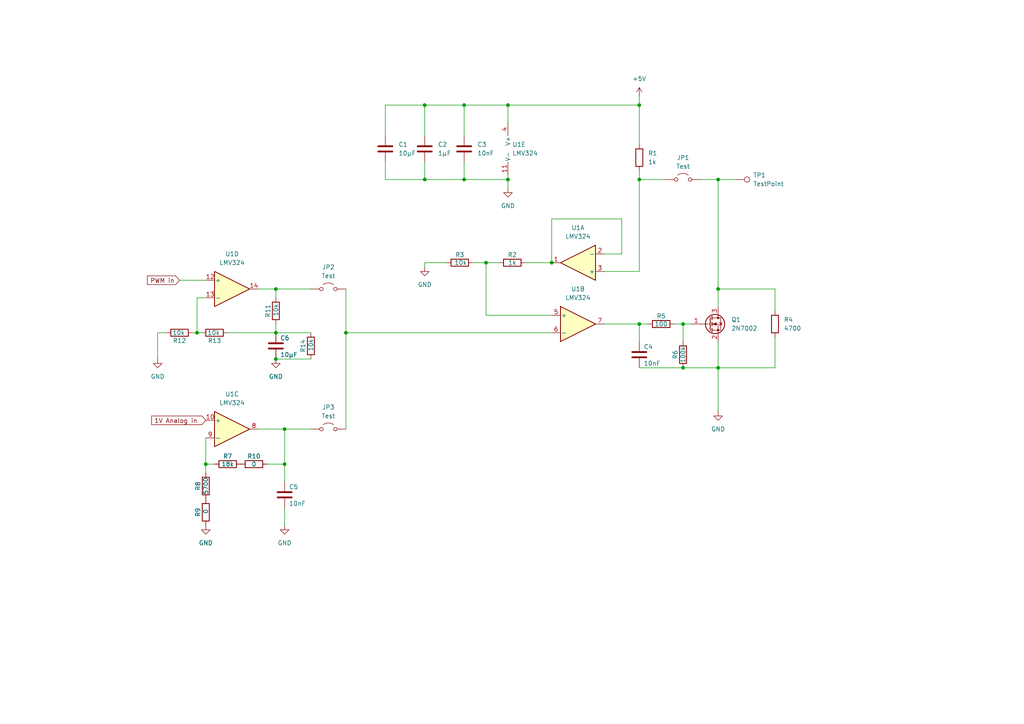
<source format=kicad_sch>
(kicad_sch
	(version 20250114)
	(generator "eeschema")
	(generator_version "9.0")
	(uuid "2cb994d9-d13f-458e-b4c3-db34f3ad47ba")
	(paper "A4")
	(lib_symbols
		(symbol "Amplifier_Operational:LMV324"
			(pin_names
				(offset 0.127)
			)
			(exclude_from_sim no)
			(in_bom yes)
			(on_board yes)
			(property "Reference" "U"
				(at 0 5.08 0)
				(effects
					(font
						(size 1.27 1.27)
					)
					(justify left)
				)
			)
			(property "Value" "LMV324"
				(at 0 -5.08 0)
				(effects
					(font
						(size 1.27 1.27)
					)
					(justify left)
				)
			)
			(property "Footprint" ""
				(at -1.27 2.54 0)
				(effects
					(font
						(size 1.27 1.27)
					)
					(hide yes)
				)
			)
			(property "Datasheet" "http://www.ti.com/lit/ds/symlink/lmv324.pdf"
				(at 1.27 5.08 0)
				(effects
					(font
						(size 1.27 1.27)
					)
					(hide yes)
				)
			)
			(property "Description" "Quad Low-Voltage Rail-to-Rail Output Operational Amplifier, SOIC-14/SSOP-14"
				(at 0 0 0)
				(effects
					(font
						(size 1.27 1.27)
					)
					(hide yes)
				)
			)
			(property "ki_locked" ""
				(at 0 0 0)
				(effects
					(font
						(size 1.27 1.27)
					)
				)
			)
			(property "ki_keywords" "quad opamp"
				(at 0 0 0)
				(effects
					(font
						(size 1.27 1.27)
					)
					(hide yes)
				)
			)
			(property "ki_fp_filters" "SOIC*3.9x8.7mm*P1.27mm* DIP*W7.62mm* TSSOP*4.4x5mm*P0.65mm* SSOP*5.3x6.2mm*P0.65mm* MSOP*3x3mm*P0.5mm*"
				(at 0 0 0)
				(effects
					(font
						(size 1.27 1.27)
					)
					(hide yes)
				)
			)
			(symbol "LMV324_1_1"
				(polyline
					(pts
						(xy -5.08 5.08) (xy 5.08 0) (xy -5.08 -5.08) (xy -5.08 5.08)
					)
					(stroke
						(width 0.254)
						(type default)
					)
					(fill
						(type background)
					)
				)
				(pin input line
					(at -7.62 2.54 0)
					(length 2.54)
					(name "+"
						(effects
							(font
								(size 1.27 1.27)
							)
						)
					)
					(number "3"
						(effects
							(font
								(size 1.27 1.27)
							)
						)
					)
				)
				(pin input line
					(at -7.62 -2.54 0)
					(length 2.54)
					(name "-"
						(effects
							(font
								(size 1.27 1.27)
							)
						)
					)
					(number "2"
						(effects
							(font
								(size 1.27 1.27)
							)
						)
					)
				)
				(pin output line
					(at 7.62 0 180)
					(length 2.54)
					(name "~"
						(effects
							(font
								(size 1.27 1.27)
							)
						)
					)
					(number "1"
						(effects
							(font
								(size 1.27 1.27)
							)
						)
					)
				)
			)
			(symbol "LMV324_2_1"
				(polyline
					(pts
						(xy -5.08 5.08) (xy 5.08 0) (xy -5.08 -5.08) (xy -5.08 5.08)
					)
					(stroke
						(width 0.254)
						(type default)
					)
					(fill
						(type background)
					)
				)
				(pin input line
					(at -7.62 2.54 0)
					(length 2.54)
					(name "+"
						(effects
							(font
								(size 1.27 1.27)
							)
						)
					)
					(number "5"
						(effects
							(font
								(size 1.27 1.27)
							)
						)
					)
				)
				(pin input line
					(at -7.62 -2.54 0)
					(length 2.54)
					(name "-"
						(effects
							(font
								(size 1.27 1.27)
							)
						)
					)
					(number "6"
						(effects
							(font
								(size 1.27 1.27)
							)
						)
					)
				)
				(pin output line
					(at 7.62 0 180)
					(length 2.54)
					(name "~"
						(effects
							(font
								(size 1.27 1.27)
							)
						)
					)
					(number "7"
						(effects
							(font
								(size 1.27 1.27)
							)
						)
					)
				)
			)
			(symbol "LMV324_3_1"
				(polyline
					(pts
						(xy -5.08 5.08) (xy 5.08 0) (xy -5.08 -5.08) (xy -5.08 5.08)
					)
					(stroke
						(width 0.254)
						(type default)
					)
					(fill
						(type background)
					)
				)
				(pin input line
					(at -7.62 2.54 0)
					(length 2.54)
					(name "+"
						(effects
							(font
								(size 1.27 1.27)
							)
						)
					)
					(number "10"
						(effects
							(font
								(size 1.27 1.27)
							)
						)
					)
				)
				(pin input line
					(at -7.62 -2.54 0)
					(length 2.54)
					(name "-"
						(effects
							(font
								(size 1.27 1.27)
							)
						)
					)
					(number "9"
						(effects
							(font
								(size 1.27 1.27)
							)
						)
					)
				)
				(pin output line
					(at 7.62 0 180)
					(length 2.54)
					(name "~"
						(effects
							(font
								(size 1.27 1.27)
							)
						)
					)
					(number "8"
						(effects
							(font
								(size 1.27 1.27)
							)
						)
					)
				)
			)
			(symbol "LMV324_4_1"
				(polyline
					(pts
						(xy -5.08 5.08) (xy 5.08 0) (xy -5.08 -5.08) (xy -5.08 5.08)
					)
					(stroke
						(width 0.254)
						(type default)
					)
					(fill
						(type background)
					)
				)
				(pin input line
					(at -7.62 2.54 0)
					(length 2.54)
					(name "+"
						(effects
							(font
								(size 1.27 1.27)
							)
						)
					)
					(number "12"
						(effects
							(font
								(size 1.27 1.27)
							)
						)
					)
				)
				(pin input line
					(at -7.62 -2.54 0)
					(length 2.54)
					(name "-"
						(effects
							(font
								(size 1.27 1.27)
							)
						)
					)
					(number "13"
						(effects
							(font
								(size 1.27 1.27)
							)
						)
					)
				)
				(pin output line
					(at 7.62 0 180)
					(length 2.54)
					(name "~"
						(effects
							(font
								(size 1.27 1.27)
							)
						)
					)
					(number "14"
						(effects
							(font
								(size 1.27 1.27)
							)
						)
					)
				)
			)
			(symbol "LMV324_5_1"
				(pin power_in line
					(at -2.54 7.62 270)
					(length 3.81)
					(name "V+"
						(effects
							(font
								(size 1.27 1.27)
							)
						)
					)
					(number "4"
						(effects
							(font
								(size 1.27 1.27)
							)
						)
					)
				)
				(pin power_in line
					(at -2.54 -7.62 90)
					(length 3.81)
					(name "V-"
						(effects
							(font
								(size 1.27 1.27)
							)
						)
					)
					(number "11"
						(effects
							(font
								(size 1.27 1.27)
							)
						)
					)
				)
			)
			(embedded_fonts no)
		)
		(symbol "Connector:TestPoint"
			(pin_numbers
				(hide yes)
			)
			(pin_names
				(offset 0.762)
				(hide yes)
			)
			(exclude_from_sim no)
			(in_bom yes)
			(on_board yes)
			(property "Reference" "TP"
				(at 0 6.858 0)
				(effects
					(font
						(size 1.27 1.27)
					)
				)
			)
			(property "Value" "TestPoint"
				(at 0 5.08 0)
				(effects
					(font
						(size 1.27 1.27)
					)
				)
			)
			(property "Footprint" ""
				(at 5.08 0 0)
				(effects
					(font
						(size 1.27 1.27)
					)
					(hide yes)
				)
			)
			(property "Datasheet" "~"
				(at 5.08 0 0)
				(effects
					(font
						(size 1.27 1.27)
					)
					(hide yes)
				)
			)
			(property "Description" "test point"
				(at 0 0 0)
				(effects
					(font
						(size 1.27 1.27)
					)
					(hide yes)
				)
			)
			(property "ki_keywords" "test point tp"
				(at 0 0 0)
				(effects
					(font
						(size 1.27 1.27)
					)
					(hide yes)
				)
			)
			(property "ki_fp_filters" "Pin* Test*"
				(at 0 0 0)
				(effects
					(font
						(size 1.27 1.27)
					)
					(hide yes)
				)
			)
			(symbol "TestPoint_0_1"
				(circle
					(center 0 3.302)
					(radius 0.762)
					(stroke
						(width 0)
						(type default)
					)
					(fill
						(type none)
					)
				)
			)
			(symbol "TestPoint_1_1"
				(pin passive line
					(at 0 0 90)
					(length 2.54)
					(name "1"
						(effects
							(font
								(size 1.27 1.27)
							)
						)
					)
					(number "1"
						(effects
							(font
								(size 1.27 1.27)
							)
						)
					)
				)
			)
			(embedded_fonts no)
		)
		(symbol "Device:C"
			(pin_numbers
				(hide yes)
			)
			(pin_names
				(offset 0.254)
			)
			(exclude_from_sim no)
			(in_bom yes)
			(on_board yes)
			(property "Reference" "C"
				(at 0.635 2.54 0)
				(effects
					(font
						(size 1.27 1.27)
					)
					(justify left)
				)
			)
			(property "Value" "C"
				(at 0.635 -2.54 0)
				(effects
					(font
						(size 1.27 1.27)
					)
					(justify left)
				)
			)
			(property "Footprint" ""
				(at 0.9652 -3.81 0)
				(effects
					(font
						(size 1.27 1.27)
					)
					(hide yes)
				)
			)
			(property "Datasheet" "~"
				(at 0 0 0)
				(effects
					(font
						(size 1.27 1.27)
					)
					(hide yes)
				)
			)
			(property "Description" "Unpolarized capacitor"
				(at 0 0 0)
				(effects
					(font
						(size 1.27 1.27)
					)
					(hide yes)
				)
			)
			(property "ki_keywords" "cap capacitor"
				(at 0 0 0)
				(effects
					(font
						(size 1.27 1.27)
					)
					(hide yes)
				)
			)
			(property "ki_fp_filters" "C_*"
				(at 0 0 0)
				(effects
					(font
						(size 1.27 1.27)
					)
					(hide yes)
				)
			)
			(symbol "C_0_1"
				(polyline
					(pts
						(xy -2.032 0.762) (xy 2.032 0.762)
					)
					(stroke
						(width 0.508)
						(type default)
					)
					(fill
						(type none)
					)
				)
				(polyline
					(pts
						(xy -2.032 -0.762) (xy 2.032 -0.762)
					)
					(stroke
						(width 0.508)
						(type default)
					)
					(fill
						(type none)
					)
				)
			)
			(symbol "C_1_1"
				(pin passive line
					(at 0 3.81 270)
					(length 2.794)
					(name "~"
						(effects
							(font
								(size 1.27 1.27)
							)
						)
					)
					(number "1"
						(effects
							(font
								(size 1.27 1.27)
							)
						)
					)
				)
				(pin passive line
					(at 0 -3.81 90)
					(length 2.794)
					(name "~"
						(effects
							(font
								(size 1.27 1.27)
							)
						)
					)
					(number "2"
						(effects
							(font
								(size 1.27 1.27)
							)
						)
					)
				)
			)
			(embedded_fonts no)
		)
		(symbol "Device:R"
			(pin_numbers
				(hide yes)
			)
			(pin_names
				(offset 0)
			)
			(exclude_from_sim no)
			(in_bom yes)
			(on_board yes)
			(property "Reference" "R"
				(at 2.032 0 90)
				(effects
					(font
						(size 1.27 1.27)
					)
				)
			)
			(property "Value" "R"
				(at 0 0 90)
				(effects
					(font
						(size 1.27 1.27)
					)
				)
			)
			(property "Footprint" ""
				(at -1.778 0 90)
				(effects
					(font
						(size 1.27 1.27)
					)
					(hide yes)
				)
			)
			(property "Datasheet" "~"
				(at 0 0 0)
				(effects
					(font
						(size 1.27 1.27)
					)
					(hide yes)
				)
			)
			(property "Description" "Resistor"
				(at 0 0 0)
				(effects
					(font
						(size 1.27 1.27)
					)
					(hide yes)
				)
			)
			(property "ki_keywords" "R res resistor"
				(at 0 0 0)
				(effects
					(font
						(size 1.27 1.27)
					)
					(hide yes)
				)
			)
			(property "ki_fp_filters" "R_*"
				(at 0 0 0)
				(effects
					(font
						(size 1.27 1.27)
					)
					(hide yes)
				)
			)
			(symbol "R_0_1"
				(rectangle
					(start -1.016 -2.54)
					(end 1.016 2.54)
					(stroke
						(width 0.254)
						(type default)
					)
					(fill
						(type none)
					)
				)
			)
			(symbol "R_1_1"
				(pin passive line
					(at 0 3.81 270)
					(length 1.27)
					(name "~"
						(effects
							(font
								(size 1.27 1.27)
							)
						)
					)
					(number "1"
						(effects
							(font
								(size 1.27 1.27)
							)
						)
					)
				)
				(pin passive line
					(at 0 -3.81 90)
					(length 1.27)
					(name "~"
						(effects
							(font
								(size 1.27 1.27)
							)
						)
					)
					(number "2"
						(effects
							(font
								(size 1.27 1.27)
							)
						)
					)
				)
			)
			(embedded_fonts no)
		)
		(symbol "Jumper:Jumper_2_Open"
			(pin_numbers
				(hide yes)
			)
			(pin_names
				(offset 0)
				(hide yes)
			)
			(exclude_from_sim no)
			(in_bom yes)
			(on_board yes)
			(property "Reference" "JP"
				(at 0 2.794 0)
				(effects
					(font
						(size 1.27 1.27)
					)
				)
			)
			(property "Value" "Jumper_2_Open"
				(at 0 -2.286 0)
				(effects
					(font
						(size 1.27 1.27)
					)
				)
			)
			(property "Footprint" ""
				(at 0 0 0)
				(effects
					(font
						(size 1.27 1.27)
					)
					(hide yes)
				)
			)
			(property "Datasheet" "~"
				(at 0 0 0)
				(effects
					(font
						(size 1.27 1.27)
					)
					(hide yes)
				)
			)
			(property "Description" "Jumper, 2-pole, open"
				(at 0 0 0)
				(effects
					(font
						(size 1.27 1.27)
					)
					(hide yes)
				)
			)
			(property "ki_keywords" "Jumper SPST"
				(at 0 0 0)
				(effects
					(font
						(size 1.27 1.27)
					)
					(hide yes)
				)
			)
			(property "ki_fp_filters" "Jumper* TestPoint*2Pads* TestPoint*Bridge*"
				(at 0 0 0)
				(effects
					(font
						(size 1.27 1.27)
					)
					(hide yes)
				)
			)
			(symbol "Jumper_2_Open_0_0"
				(circle
					(center -2.032 0)
					(radius 0.508)
					(stroke
						(width 0)
						(type default)
					)
					(fill
						(type none)
					)
				)
				(circle
					(center 2.032 0)
					(radius 0.508)
					(stroke
						(width 0)
						(type default)
					)
					(fill
						(type none)
					)
				)
			)
			(symbol "Jumper_2_Open_0_1"
				(arc
					(start -1.524 1.27)
					(mid 0 1.778)
					(end 1.524 1.27)
					(stroke
						(width 0)
						(type default)
					)
					(fill
						(type none)
					)
				)
			)
			(symbol "Jumper_2_Open_1_1"
				(pin passive line
					(at -5.08 0 0)
					(length 2.54)
					(name "A"
						(effects
							(font
								(size 1.27 1.27)
							)
						)
					)
					(number "1"
						(effects
							(font
								(size 1.27 1.27)
							)
						)
					)
				)
				(pin passive line
					(at 5.08 0 180)
					(length 2.54)
					(name "B"
						(effects
							(font
								(size 1.27 1.27)
							)
						)
					)
					(number "2"
						(effects
							(font
								(size 1.27 1.27)
							)
						)
					)
				)
			)
			(embedded_fonts no)
		)
		(symbol "Transistor_FET:2N7002"
			(pin_names
				(hide yes)
			)
			(exclude_from_sim no)
			(in_bom yes)
			(on_board yes)
			(property "Reference" "Q"
				(at 5.08 1.905 0)
				(effects
					(font
						(size 1.27 1.27)
					)
					(justify left)
				)
			)
			(property "Value" "2N7002"
				(at 5.08 0 0)
				(effects
					(font
						(size 1.27 1.27)
					)
					(justify left)
				)
			)
			(property "Footprint" "Package_TO_SOT_SMD:SOT-23"
				(at 5.08 -1.905 0)
				(effects
					(font
						(size 1.27 1.27)
						(italic yes)
					)
					(justify left)
					(hide yes)
				)
			)
			(property "Datasheet" "https://www.onsemi.com/pub/Collateral/NDS7002A-D.PDF"
				(at 5.08 -3.81 0)
				(effects
					(font
						(size 1.27 1.27)
					)
					(justify left)
					(hide yes)
				)
			)
			(property "Description" "0.115A Id, 60V Vds, N-Channel MOSFET, SOT-23"
				(at 0 0 0)
				(effects
					(font
						(size 1.27 1.27)
					)
					(hide yes)
				)
			)
			(property "ki_keywords" "N-Channel Switching MOSFET"
				(at 0 0 0)
				(effects
					(font
						(size 1.27 1.27)
					)
					(hide yes)
				)
			)
			(property "ki_fp_filters" "SOT?23*"
				(at 0 0 0)
				(effects
					(font
						(size 1.27 1.27)
					)
					(hide yes)
				)
			)
			(symbol "2N7002_0_1"
				(polyline
					(pts
						(xy 0.254 1.905) (xy 0.254 -1.905)
					)
					(stroke
						(width 0.254)
						(type default)
					)
					(fill
						(type none)
					)
				)
				(polyline
					(pts
						(xy 0.254 0) (xy -2.54 0)
					)
					(stroke
						(width 0)
						(type default)
					)
					(fill
						(type none)
					)
				)
				(polyline
					(pts
						(xy 0.762 2.286) (xy 0.762 1.27)
					)
					(stroke
						(width 0.254)
						(type default)
					)
					(fill
						(type none)
					)
				)
				(polyline
					(pts
						(xy 0.762 0.508) (xy 0.762 -0.508)
					)
					(stroke
						(width 0.254)
						(type default)
					)
					(fill
						(type none)
					)
				)
				(polyline
					(pts
						(xy 0.762 -1.27) (xy 0.762 -2.286)
					)
					(stroke
						(width 0.254)
						(type default)
					)
					(fill
						(type none)
					)
				)
				(polyline
					(pts
						(xy 0.762 -1.778) (xy 3.302 -1.778) (xy 3.302 1.778) (xy 0.762 1.778)
					)
					(stroke
						(width 0)
						(type default)
					)
					(fill
						(type none)
					)
				)
				(polyline
					(pts
						(xy 1.016 0) (xy 2.032 0.381) (xy 2.032 -0.381) (xy 1.016 0)
					)
					(stroke
						(width 0)
						(type default)
					)
					(fill
						(type outline)
					)
				)
				(circle
					(center 1.651 0)
					(radius 2.794)
					(stroke
						(width 0.254)
						(type default)
					)
					(fill
						(type none)
					)
				)
				(polyline
					(pts
						(xy 2.54 2.54) (xy 2.54 1.778)
					)
					(stroke
						(width 0)
						(type default)
					)
					(fill
						(type none)
					)
				)
				(circle
					(center 2.54 1.778)
					(radius 0.254)
					(stroke
						(width 0)
						(type default)
					)
					(fill
						(type outline)
					)
				)
				(circle
					(center 2.54 -1.778)
					(radius 0.254)
					(stroke
						(width 0)
						(type default)
					)
					(fill
						(type outline)
					)
				)
				(polyline
					(pts
						(xy 2.54 -2.54) (xy 2.54 0) (xy 0.762 0)
					)
					(stroke
						(width 0)
						(type default)
					)
					(fill
						(type none)
					)
				)
				(polyline
					(pts
						(xy 2.794 0.508) (xy 2.921 0.381) (xy 3.683 0.381) (xy 3.81 0.254)
					)
					(stroke
						(width 0)
						(type default)
					)
					(fill
						(type none)
					)
				)
				(polyline
					(pts
						(xy 3.302 0.381) (xy 2.921 -0.254) (xy 3.683 -0.254) (xy 3.302 0.381)
					)
					(stroke
						(width 0)
						(type default)
					)
					(fill
						(type none)
					)
				)
			)
			(symbol "2N7002_1_1"
				(pin input line
					(at -5.08 0 0)
					(length 2.54)
					(name "G"
						(effects
							(font
								(size 1.27 1.27)
							)
						)
					)
					(number "1"
						(effects
							(font
								(size 1.27 1.27)
							)
						)
					)
				)
				(pin passive line
					(at 2.54 5.08 270)
					(length 2.54)
					(name "D"
						(effects
							(font
								(size 1.27 1.27)
							)
						)
					)
					(number "3"
						(effects
							(font
								(size 1.27 1.27)
							)
						)
					)
				)
				(pin passive line
					(at 2.54 -5.08 90)
					(length 2.54)
					(name "S"
						(effects
							(font
								(size 1.27 1.27)
							)
						)
					)
					(number "2"
						(effects
							(font
								(size 1.27 1.27)
							)
						)
					)
				)
			)
			(embedded_fonts no)
		)
		(symbol "power:+5V"
			(power)
			(pin_numbers
				(hide yes)
			)
			(pin_names
				(offset 0)
				(hide yes)
			)
			(exclude_from_sim no)
			(in_bom yes)
			(on_board yes)
			(property "Reference" "#PWR"
				(at 0 -3.81 0)
				(effects
					(font
						(size 1.27 1.27)
					)
					(hide yes)
				)
			)
			(property "Value" "+5V"
				(at 0 3.556 0)
				(effects
					(font
						(size 1.27 1.27)
					)
				)
			)
			(property "Footprint" ""
				(at 0 0 0)
				(effects
					(font
						(size 1.27 1.27)
					)
					(hide yes)
				)
			)
			(property "Datasheet" ""
				(at 0 0 0)
				(effects
					(font
						(size 1.27 1.27)
					)
					(hide yes)
				)
			)
			(property "Description" "Power symbol creates a global label with name \"+5V\""
				(at 0 0 0)
				(effects
					(font
						(size 1.27 1.27)
					)
					(hide yes)
				)
			)
			(property "ki_keywords" "global power"
				(at 0 0 0)
				(effects
					(font
						(size 1.27 1.27)
					)
					(hide yes)
				)
			)
			(symbol "+5V_0_1"
				(polyline
					(pts
						(xy -0.762 1.27) (xy 0 2.54)
					)
					(stroke
						(width 0)
						(type default)
					)
					(fill
						(type none)
					)
				)
				(polyline
					(pts
						(xy 0 2.54) (xy 0.762 1.27)
					)
					(stroke
						(width 0)
						(type default)
					)
					(fill
						(type none)
					)
				)
				(polyline
					(pts
						(xy 0 0) (xy 0 2.54)
					)
					(stroke
						(width 0)
						(type default)
					)
					(fill
						(type none)
					)
				)
			)
			(symbol "+5V_1_1"
				(pin power_in line
					(at 0 0 90)
					(length 0)
					(name "~"
						(effects
							(font
								(size 1.27 1.27)
							)
						)
					)
					(number "1"
						(effects
							(font
								(size 1.27 1.27)
							)
						)
					)
				)
			)
			(embedded_fonts no)
		)
		(symbol "power:GND"
			(power)
			(pin_numbers
				(hide yes)
			)
			(pin_names
				(offset 0)
				(hide yes)
			)
			(exclude_from_sim no)
			(in_bom yes)
			(on_board yes)
			(property "Reference" "#PWR"
				(at 0 -6.35 0)
				(effects
					(font
						(size 1.27 1.27)
					)
					(hide yes)
				)
			)
			(property "Value" "GND"
				(at 0 -3.81 0)
				(effects
					(font
						(size 1.27 1.27)
					)
				)
			)
			(property "Footprint" ""
				(at 0 0 0)
				(effects
					(font
						(size 1.27 1.27)
					)
					(hide yes)
				)
			)
			(property "Datasheet" ""
				(at 0 0 0)
				(effects
					(font
						(size 1.27 1.27)
					)
					(hide yes)
				)
			)
			(property "Description" "Power symbol creates a global label with name \"GND\" , ground"
				(at 0 0 0)
				(effects
					(font
						(size 1.27 1.27)
					)
					(hide yes)
				)
			)
			(property "ki_keywords" "global power"
				(at 0 0 0)
				(effects
					(font
						(size 1.27 1.27)
					)
					(hide yes)
				)
			)
			(symbol "GND_0_1"
				(polyline
					(pts
						(xy 0 0) (xy 0 -1.27) (xy 1.27 -1.27) (xy 0 -2.54) (xy -1.27 -1.27) (xy 0 -1.27)
					)
					(stroke
						(width 0)
						(type default)
					)
					(fill
						(type none)
					)
				)
			)
			(symbol "GND_1_1"
				(pin power_in line
					(at 0 0 270)
					(length 0)
					(name "~"
						(effects
							(font
								(size 1.27 1.27)
							)
						)
					)
					(number "1"
						(effects
							(font
								(size 1.27 1.27)
							)
						)
					)
				)
			)
			(embedded_fonts no)
		)
	)
	(junction
		(at 123.19 30.48)
		(diameter 0)
		(color 0 0 0 0)
		(uuid "04a05474-2d69-4e2b-92cf-a11861e2d910")
	)
	(junction
		(at 208.28 52.07)
		(diameter 0)
		(color 0 0 0 0)
		(uuid "132742a0-614d-4a9f-9d19-6a57d696729d")
	)
	(junction
		(at 198.12 106.68)
		(diameter 0)
		(color 0 0 0 0)
		(uuid "1689dfb8-a28d-4927-9db5-fa484d121f67")
	)
	(junction
		(at 160.02 76.2)
		(diameter 0)
		(color 0 0 0 0)
		(uuid "1f9960a5-6f44-4012-9e3d-529bb899a164")
	)
	(junction
		(at 57.15 96.52)
		(diameter 0)
		(color 0 0 0 0)
		(uuid "2b06a367-ba01-4ce5-b019-ca5234986423")
	)
	(junction
		(at 198.12 93.98)
		(diameter 0)
		(color 0 0 0 0)
		(uuid "2d1d8d46-74c5-48e0-8fdc-47a75e3fbc92")
	)
	(junction
		(at 185.42 30.48)
		(diameter 0)
		(color 0 0 0 0)
		(uuid "307e86d4-c453-4628-b144-b05e620fd4de")
	)
	(junction
		(at 80.01 83.82)
		(diameter 0)
		(color 0 0 0 0)
		(uuid "31f9d6a5-4128-4c53-9b9e-029a62284c43")
	)
	(junction
		(at 147.32 30.48)
		(diameter 0)
		(color 0 0 0 0)
		(uuid "347facb6-c0f9-455a-baef-4e8b660d3931")
	)
	(junction
		(at 82.55 134.62)
		(diameter 0)
		(color 0 0 0 0)
		(uuid "35178fca-dfff-47c9-9fb2-7d5a20ff7747")
	)
	(junction
		(at 123.19 52.07)
		(diameter 0)
		(color 0 0 0 0)
		(uuid "3ce87245-06bf-42be-81a6-09738b655cd6")
	)
	(junction
		(at 134.62 52.07)
		(diameter 0)
		(color 0 0 0 0)
		(uuid "3df0faff-202e-4266-8ef7-24e4cf7a73a2")
	)
	(junction
		(at 100.33 96.52)
		(diameter 0)
		(color 0 0 0 0)
		(uuid "4bdc5cc5-86f9-4064-b794-1115d90003ab")
	)
	(junction
		(at 140.97 76.2)
		(diameter 0)
		(color 0 0 0 0)
		(uuid "68b7ed06-a357-4cbf-8c4b-f67214de7188")
	)
	(junction
		(at 82.55 124.46)
		(diameter 0)
		(color 0 0 0 0)
		(uuid "6b05bfc5-7328-4b73-899e-1964dd04adab")
	)
	(junction
		(at 59.69 134.62)
		(diameter 0)
		(color 0 0 0 0)
		(uuid "725ed89e-9e34-4226-a94e-ddb07bc984fb")
	)
	(junction
		(at 185.42 52.07)
		(diameter 0)
		(color 0 0 0 0)
		(uuid "8d6cc099-d986-4e9a-a145-d4eba793bc28")
	)
	(junction
		(at 80.01 104.14)
		(diameter 0)
		(color 0 0 0 0)
		(uuid "a3166f1b-d284-4d97-96fa-6a94403b84db")
	)
	(junction
		(at 147.32 52.07)
		(diameter 0)
		(color 0 0 0 0)
		(uuid "a539abc5-509f-4491-9d61-1478bd603c6d")
	)
	(junction
		(at 80.01 96.52)
		(diameter 0)
		(color 0 0 0 0)
		(uuid "be97b290-5464-4ba7-8a9e-e83f7dc9a2d2")
	)
	(junction
		(at 208.28 106.68)
		(diameter 0)
		(color 0 0 0 0)
		(uuid "ca9841e7-a3c8-4275-b560-703bca328703")
	)
	(junction
		(at 208.28 83.82)
		(diameter 0)
		(color 0 0 0 0)
		(uuid "d2282b72-35a5-4ea4-825b-56f5a627a794")
	)
	(junction
		(at 185.42 93.98)
		(diameter 0)
		(color 0 0 0 0)
		(uuid "e24ac8a2-1843-4585-ad43-d90ef57f519a")
	)
	(junction
		(at 134.62 30.48)
		(diameter 0)
		(color 0 0 0 0)
		(uuid "f419cf48-3e71-437e-a0f4-88c275835707")
	)
	(wire
		(pts
			(xy 134.62 30.48) (xy 147.32 30.48)
		)
		(stroke
			(width 0)
			(type default)
		)
		(uuid "03b29a62-8e12-4da4-ba08-45fee8a26eb2")
	)
	(wire
		(pts
			(xy 80.01 96.52) (xy 90.17 96.52)
		)
		(stroke
			(width 0)
			(type default)
		)
		(uuid "05922a51-8481-4128-950a-1d84becde75e")
	)
	(wire
		(pts
			(xy 180.34 63.5) (xy 160.02 63.5)
		)
		(stroke
			(width 0)
			(type default)
		)
		(uuid "07016644-3670-4791-9f07-f1a34b7f104c")
	)
	(wire
		(pts
			(xy 82.55 147.32) (xy 82.55 152.4)
		)
		(stroke
			(width 0)
			(type default)
		)
		(uuid "08f52ccc-ff13-4ffc-9504-c1f494cb13fe")
	)
	(wire
		(pts
			(xy 123.19 46.99) (xy 123.19 52.07)
		)
		(stroke
			(width 0)
			(type default)
		)
		(uuid "0a4c9245-1595-4f25-9439-a007186ceea4")
	)
	(wire
		(pts
			(xy 80.01 104.14) (xy 90.17 104.14)
		)
		(stroke
			(width 0)
			(type default)
		)
		(uuid "0a77c8ae-b3b2-4be5-9176-a67741baf4bf")
	)
	(wire
		(pts
			(xy 129.54 76.2) (xy 123.19 76.2)
		)
		(stroke
			(width 0)
			(type default)
		)
		(uuid "0aead8dc-4b6b-46f7-88a2-1e69f9364530")
	)
	(wire
		(pts
			(xy 82.55 124.46) (xy 74.93 124.46)
		)
		(stroke
			(width 0)
			(type default)
		)
		(uuid "0f04fecd-228d-42ec-87e4-863963ecdc5b")
	)
	(wire
		(pts
			(xy 147.32 54.61) (xy 147.32 52.07)
		)
		(stroke
			(width 0)
			(type default)
		)
		(uuid "0f2e3d4d-72fa-451e-80da-0358afee140d")
	)
	(wire
		(pts
			(xy 185.42 30.48) (xy 147.32 30.48)
		)
		(stroke
			(width 0)
			(type default)
		)
		(uuid "10af2620-d71a-41b9-88fa-8903fdac1f91")
	)
	(wire
		(pts
			(xy 123.19 30.48) (xy 134.62 30.48)
		)
		(stroke
			(width 0)
			(type default)
		)
		(uuid "17821eed-e08e-4891-8144-cdf49f2b47c9")
	)
	(wire
		(pts
			(xy 140.97 76.2) (xy 140.97 91.44)
		)
		(stroke
			(width 0)
			(type default)
		)
		(uuid "17bda9b4-d469-494f-b2b1-99aed42e3ecf")
	)
	(wire
		(pts
			(xy 175.26 73.66) (xy 180.34 73.66)
		)
		(stroke
			(width 0)
			(type default)
		)
		(uuid "18ab3069-bc93-4759-bd59-5b3826b6cc05")
	)
	(wire
		(pts
			(xy 80.01 83.82) (xy 74.93 83.82)
		)
		(stroke
			(width 0)
			(type default)
		)
		(uuid "1f937a5e-5af9-4056-a560-690863af909c")
	)
	(wire
		(pts
			(xy 100.33 96.52) (xy 100.33 124.46)
		)
		(stroke
			(width 0)
			(type default)
		)
		(uuid "1f9ff29d-b4eb-4d0d-a89a-4198f990e0fd")
	)
	(wire
		(pts
			(xy 55.88 96.52) (xy 57.15 96.52)
		)
		(stroke
			(width 0)
			(type default)
		)
		(uuid "2994a24e-d744-41bb-982b-eb7cd2d4ab91")
	)
	(wire
		(pts
			(xy 185.42 52.07) (xy 193.04 52.07)
		)
		(stroke
			(width 0)
			(type default)
		)
		(uuid "31ddf684-73db-453c-a5e9-ce6cc7f5eca5")
	)
	(wire
		(pts
			(xy 185.42 106.68) (xy 198.12 106.68)
		)
		(stroke
			(width 0)
			(type default)
		)
		(uuid "31e83eaf-cd1a-4f26-a3e6-fd2a73121957")
	)
	(wire
		(pts
			(xy 147.32 52.07) (xy 134.62 52.07)
		)
		(stroke
			(width 0)
			(type default)
		)
		(uuid "3311e82f-4129-427b-bdc7-fa7870d59d75")
	)
	(wire
		(pts
			(xy 160.02 96.52) (xy 100.33 96.52)
		)
		(stroke
			(width 0)
			(type default)
		)
		(uuid "3c5626e2-78dd-4131-b27c-5e715cc47da5")
	)
	(wire
		(pts
			(xy 134.62 30.48) (xy 134.62 39.37)
		)
		(stroke
			(width 0)
			(type default)
		)
		(uuid "3d4ad2db-480a-455c-bec6-bcca07758dde")
	)
	(wire
		(pts
			(xy 203.2 52.07) (xy 208.28 52.07)
		)
		(stroke
			(width 0)
			(type default)
		)
		(uuid "47a8ab83-89d4-48b2-8fb4-b3b0c6080e55")
	)
	(wire
		(pts
			(xy 224.79 83.82) (xy 208.28 83.82)
		)
		(stroke
			(width 0)
			(type default)
		)
		(uuid "495e651d-a72a-4267-9b5f-7bbbe0fee976")
	)
	(wire
		(pts
			(xy 66.04 96.52) (xy 80.01 96.52)
		)
		(stroke
			(width 0)
			(type default)
		)
		(uuid "4ecf0955-3e3a-4915-862d-07159684ad09")
	)
	(wire
		(pts
			(xy 185.42 49.53) (xy 185.42 52.07)
		)
		(stroke
			(width 0)
			(type default)
		)
		(uuid "537444f2-be6e-4925-a297-469dcf2b8477")
	)
	(wire
		(pts
			(xy 147.32 52.07) (xy 147.32 50.8)
		)
		(stroke
			(width 0)
			(type default)
		)
		(uuid "581d9bb6-c7fa-4ee5-b2c7-15f6fc4e8068")
	)
	(wire
		(pts
			(xy 82.55 134.62) (xy 82.55 139.7)
		)
		(stroke
			(width 0)
			(type default)
		)
		(uuid "58efa78f-c6e4-4477-ae4c-63e118742a2d")
	)
	(wire
		(pts
			(xy 198.12 106.68) (xy 208.28 106.68)
		)
		(stroke
			(width 0)
			(type default)
		)
		(uuid "5a675182-6b18-4ecf-85cd-e2f618c749e9")
	)
	(wire
		(pts
			(xy 82.55 124.46) (xy 90.17 124.46)
		)
		(stroke
			(width 0)
			(type default)
		)
		(uuid "5b1b23a0-02d5-4862-94f0-26a447309ede")
	)
	(wire
		(pts
			(xy 208.28 106.68) (xy 208.28 119.38)
		)
		(stroke
			(width 0)
			(type default)
		)
		(uuid "5c829188-7c9e-411e-b323-869524fb1284")
	)
	(wire
		(pts
			(xy 134.62 52.07) (xy 123.19 52.07)
		)
		(stroke
			(width 0)
			(type default)
		)
		(uuid "5e99fc33-5ae6-40b3-9357-d1c0f5f903f0")
	)
	(wire
		(pts
			(xy 140.97 91.44) (xy 160.02 91.44)
		)
		(stroke
			(width 0)
			(type default)
		)
		(uuid "616c7250-dc28-4440-afa0-c2241313db78")
	)
	(wire
		(pts
			(xy 175.26 78.74) (xy 185.42 78.74)
		)
		(stroke
			(width 0)
			(type default)
		)
		(uuid "64281f5f-7396-4de1-99c7-e23c1a9e8c22")
	)
	(wire
		(pts
			(xy 208.28 83.82) (xy 208.28 88.9)
		)
		(stroke
			(width 0)
			(type default)
		)
		(uuid "6a77d2a2-275f-4bd8-b34c-2b689a4ed7ce")
	)
	(wire
		(pts
			(xy 45.72 104.14) (xy 45.72 96.52)
		)
		(stroke
			(width 0)
			(type default)
		)
		(uuid "6ba47cbf-428d-4c18-919c-8cf3498ac742")
	)
	(wire
		(pts
			(xy 77.47 134.62) (xy 82.55 134.62)
		)
		(stroke
			(width 0)
			(type default)
		)
		(uuid "71e5c4e6-adf4-42cb-a593-bb03e3c62604")
	)
	(wire
		(pts
			(xy 208.28 99.06) (xy 208.28 106.68)
		)
		(stroke
			(width 0)
			(type default)
		)
		(uuid "71f7205d-8a37-4633-9784-84a87e339741")
	)
	(wire
		(pts
			(xy 208.28 106.68) (xy 224.79 106.68)
		)
		(stroke
			(width 0)
			(type default)
		)
		(uuid "731e4176-bf91-4381-a324-53a919debd68")
	)
	(wire
		(pts
			(xy 59.69 134.62) (xy 59.69 137.16)
		)
		(stroke
			(width 0)
			(type default)
		)
		(uuid "766e6168-02c2-4da9-b9f6-d15eecdaeff6")
	)
	(wire
		(pts
			(xy 111.76 30.48) (xy 123.19 30.48)
		)
		(stroke
			(width 0)
			(type default)
		)
		(uuid "78874330-f17b-4f74-9686-b64f23bbf299")
	)
	(wire
		(pts
			(xy 175.26 93.98) (xy 185.42 93.98)
		)
		(stroke
			(width 0)
			(type default)
		)
		(uuid "7ba0c766-82b6-4af1-a956-319597d6e085")
	)
	(wire
		(pts
			(xy 111.76 30.48) (xy 111.76 39.37)
		)
		(stroke
			(width 0)
			(type default)
		)
		(uuid "7dc11839-93d8-43ab-8780-44f22ee09346")
	)
	(wire
		(pts
			(xy 185.42 99.06) (xy 185.42 93.98)
		)
		(stroke
			(width 0)
			(type default)
		)
		(uuid "7e9aac6d-76bb-463e-a3e3-65c64c7f8b82")
	)
	(wire
		(pts
			(xy 224.79 97.79) (xy 224.79 106.68)
		)
		(stroke
			(width 0)
			(type default)
		)
		(uuid "7fe5b802-3670-4578-bef6-ea86e29f8060")
	)
	(wire
		(pts
			(xy 185.42 93.98) (xy 187.96 93.98)
		)
		(stroke
			(width 0)
			(type default)
		)
		(uuid "813c928e-031a-4714-b869-79e01a9d29cf")
	)
	(wire
		(pts
			(xy 80.01 83.82) (xy 90.17 83.82)
		)
		(stroke
			(width 0)
			(type default)
		)
		(uuid "84a79f65-c185-45a8-b9a8-515d7ddb0252")
	)
	(wire
		(pts
			(xy 123.19 39.37) (xy 123.19 30.48)
		)
		(stroke
			(width 0)
			(type default)
		)
		(uuid "8a25b6f7-b5dc-43ed-b70d-30a612a4e1e2")
	)
	(wire
		(pts
			(xy 137.16 76.2) (xy 140.97 76.2)
		)
		(stroke
			(width 0)
			(type default)
		)
		(uuid "8e5821b1-d09e-4db5-942f-776f9d850136")
	)
	(wire
		(pts
			(xy 59.69 134.62) (xy 62.23 134.62)
		)
		(stroke
			(width 0)
			(type default)
		)
		(uuid "902f71e4-f70d-4b27-aae8-d9830abee4e2")
	)
	(wire
		(pts
			(xy 111.76 52.07) (xy 111.76 46.99)
		)
		(stroke
			(width 0)
			(type default)
		)
		(uuid "90387b50-bf54-4966-89ab-90a94e93625a")
	)
	(wire
		(pts
			(xy 152.4 76.2) (xy 160.02 76.2)
		)
		(stroke
			(width 0)
			(type default)
		)
		(uuid "9cc6bfad-8c09-4706-95ba-3248caa44695")
	)
	(wire
		(pts
			(xy 57.15 86.36) (xy 57.15 96.52)
		)
		(stroke
			(width 0)
			(type default)
		)
		(uuid "9cda14a1-5c42-4738-afc5-b6c93fe7bf30")
	)
	(wire
		(pts
			(xy 57.15 96.52) (xy 58.42 96.52)
		)
		(stroke
			(width 0)
			(type default)
		)
		(uuid "a79c73c6-5664-400b-8858-5293c6d2bb1e")
	)
	(wire
		(pts
			(xy 123.19 76.2) (xy 123.19 77.47)
		)
		(stroke
			(width 0)
			(type default)
		)
		(uuid "a8b62407-80c7-4871-b4f3-ff3000c46924")
	)
	(wire
		(pts
			(xy 52.07 81.28) (xy 59.69 81.28)
		)
		(stroke
			(width 0)
			(type default)
		)
		(uuid "aca100e7-a67a-435d-a71e-d2294cefeb6d")
	)
	(wire
		(pts
			(xy 185.42 30.48) (xy 185.42 41.91)
		)
		(stroke
			(width 0)
			(type default)
		)
		(uuid "b0710c53-0e0b-4836-9618-12c88e94b37b")
	)
	(wire
		(pts
			(xy 59.69 86.36) (xy 57.15 86.36)
		)
		(stroke
			(width 0)
			(type default)
		)
		(uuid "b4c3dde8-ef34-4991-af73-9175eff0d37a")
	)
	(wire
		(pts
			(xy 180.34 73.66) (xy 180.34 63.5)
		)
		(stroke
			(width 0)
			(type default)
		)
		(uuid "b79d8f4b-b87b-4f48-b48e-f409b7d7448f")
	)
	(wire
		(pts
			(xy 45.72 96.52) (xy 48.26 96.52)
		)
		(stroke
			(width 0)
			(type default)
		)
		(uuid "bbfcd39d-1fcc-4ed0-aa8d-a01a18619108")
	)
	(wire
		(pts
			(xy 140.97 76.2) (xy 144.78 76.2)
		)
		(stroke
			(width 0)
			(type default)
		)
		(uuid "c10f3c98-4afe-4bde-ad75-a568d9b5b369")
	)
	(wire
		(pts
			(xy 208.28 52.07) (xy 213.36 52.07)
		)
		(stroke
			(width 0)
			(type default)
		)
		(uuid "c137864b-cb48-450a-83a7-584b64bd47d8")
	)
	(wire
		(pts
			(xy 185.42 27.94) (xy 185.42 30.48)
		)
		(stroke
			(width 0)
			(type default)
		)
		(uuid "c528abfa-4180-4dd5-9aee-dccd344be36f")
	)
	(wire
		(pts
			(xy 160.02 63.5) (xy 160.02 76.2)
		)
		(stroke
			(width 0)
			(type default)
		)
		(uuid "c8657b21-ffd7-414b-a059-b364fc8208b5")
	)
	(wire
		(pts
			(xy 195.58 93.98) (xy 198.12 93.98)
		)
		(stroke
			(width 0)
			(type default)
		)
		(uuid "ca4bab9a-fc6a-48b7-b9d3-3f493b0efd85")
	)
	(wire
		(pts
			(xy 82.55 124.46) (xy 82.55 134.62)
		)
		(stroke
			(width 0)
			(type default)
		)
		(uuid "d05537b7-d12f-45d5-90dd-e5e33d1b8931")
	)
	(wire
		(pts
			(xy 123.19 52.07) (xy 111.76 52.07)
		)
		(stroke
			(width 0)
			(type default)
		)
		(uuid "d1f6ba20-1d93-456a-b875-1fdff72fc34d")
	)
	(wire
		(pts
			(xy 80.01 93.98) (xy 80.01 96.52)
		)
		(stroke
			(width 0)
			(type default)
		)
		(uuid "d4c059f0-3044-4d8d-99d5-59e9316b7751")
	)
	(wire
		(pts
			(xy 100.33 83.82) (xy 100.33 96.52)
		)
		(stroke
			(width 0)
			(type default)
		)
		(uuid "d5c1a44f-31c3-4923-a3d2-7603ef5e756b")
	)
	(wire
		(pts
			(xy 80.01 86.36) (xy 80.01 83.82)
		)
		(stroke
			(width 0)
			(type default)
		)
		(uuid "d7814a92-037f-4aca-80ae-36a9aea0fc4c")
	)
	(wire
		(pts
			(xy 185.42 52.07) (xy 185.42 78.74)
		)
		(stroke
			(width 0)
			(type default)
		)
		(uuid "da4be4d7-4c97-47aa-adec-32471adadcf3")
	)
	(wire
		(pts
			(xy 198.12 93.98) (xy 198.12 99.06)
		)
		(stroke
			(width 0)
			(type default)
		)
		(uuid "df3200b0-9e8d-4f5e-83d0-9d3c85811d49")
	)
	(wire
		(pts
			(xy 134.62 46.99) (xy 134.62 52.07)
		)
		(stroke
			(width 0)
			(type default)
		)
		(uuid "e3b8e266-edc4-4daa-966d-f2cca793e7cf")
	)
	(wire
		(pts
			(xy 198.12 93.98) (xy 200.66 93.98)
		)
		(stroke
			(width 0)
			(type default)
		)
		(uuid "e41399df-25bd-4974-ac43-a5576bd42d47")
	)
	(wire
		(pts
			(xy 208.28 52.07) (xy 208.28 83.82)
		)
		(stroke
			(width 0)
			(type default)
		)
		(uuid "e9bbb3e2-5d09-4811-b98b-a0a11475575e")
	)
	(wire
		(pts
			(xy 59.69 127) (xy 59.69 134.62)
		)
		(stroke
			(width 0)
			(type default)
		)
		(uuid "eddc563a-605a-49f8-a9f6-f68017fe285f")
	)
	(wire
		(pts
			(xy 147.32 30.48) (xy 147.32 35.56)
		)
		(stroke
			(width 0)
			(type default)
		)
		(uuid "f05603e5-4bb9-46ab-9e62-00ca1b205644")
	)
	(wire
		(pts
			(xy 224.79 90.17) (xy 224.79 83.82)
		)
		(stroke
			(width 0)
			(type default)
		)
		(uuid "f7288eae-04fc-46ef-9c06-faae35840d53")
	)
	(global_label "1V Analog in "
		(shape input)
		(at 59.69 121.92 180)
		(fields_autoplaced yes)
		(effects
			(font
				(size 1.27 1.27)
			)
			(justify right)
		)
		(uuid "75db67b5-8438-4b3d-bf32-d04a5162425f")
		(property "Intersheetrefs" "${INTERSHEET_REFS}"
			(at 43.4003 121.92 0)
			(effects
				(font
					(size 1.27 1.27)
				)
				(justify right)
				(hide yes)
			)
		)
	)
	(global_label "PWM in"
		(shape input)
		(at 52.07 81.28 180)
		(fields_autoplaced yes)
		(effects
			(font
				(size 1.27 1.27)
			)
			(justify right)
		)
		(uuid "f932382b-e194-41b2-bd33-38ff30db8daa")
		(property "Intersheetrefs" "${INTERSHEET_REFS}"
			(at 42.1906 81.28 0)
			(effects
				(font
					(size 1.27 1.27)
				)
				(justify right)
				(hide yes)
			)
		)
	)
	(symbol
		(lib_id "power:GND")
		(at 45.72 104.14 0)
		(unit 1)
		(exclude_from_sim no)
		(in_bom yes)
		(on_board yes)
		(dnp no)
		(fields_autoplaced yes)
		(uuid "01b80b4c-b9f1-4c50-9cdb-2d1d27ce2639")
		(property "Reference" "#PWR08"
			(at 45.72 110.49 0)
			(effects
				(font
					(size 1.27 1.27)
				)
				(hide yes)
			)
		)
		(property "Value" "GND"
			(at 45.72 109.22 0)
			(effects
				(font
					(size 1.27 1.27)
				)
			)
		)
		(property "Footprint" ""
			(at 45.72 104.14 0)
			(effects
				(font
					(size 1.27 1.27)
				)
				(hide yes)
			)
		)
		(property "Datasheet" ""
			(at 45.72 104.14 0)
			(effects
				(font
					(size 1.27 1.27)
				)
				(hide yes)
			)
		)
		(property "Description" "Power symbol creates a global label with name \"GND\" , ground"
			(at 45.72 104.14 0)
			(effects
				(font
					(size 1.27 1.27)
				)
				(hide yes)
			)
		)
		(pin "1"
			(uuid "bc117696-1c07-410a-b4e4-06c616816ab5")
		)
		(instances
			(project "RuderlageAnzeigeToN2k"
				(path "/2cb994d9-d13f-458e-b4c3-db34f3ad47ba"
					(reference "#PWR08")
					(unit 1)
				)
			)
		)
	)
	(symbol
		(lib_id "Device:R")
		(at 90.17 100.33 0)
		(unit 1)
		(exclude_from_sim no)
		(in_bom yes)
		(on_board yes)
		(dnp no)
		(uuid "06379dc1-7c8f-446d-9ad2-2ac3ed8d3842")
		(property "Reference" "R14"
			(at 87.884 100.33 90)
			(effects
				(font
					(size 1.27 1.27)
				)
			)
		)
		(property "Value" "10k"
			(at 90.17 100.076 90)
			(effects
				(font
					(size 1.27 1.27)
				)
			)
		)
		(property "Footprint" ""
			(at 88.392 100.33 90)
			(effects
				(font
					(size 1.27 1.27)
				)
				(hide yes)
			)
		)
		(property "Datasheet" "~"
			(at 90.17 100.33 0)
			(effects
				(font
					(size 1.27 1.27)
				)
				(hide yes)
			)
		)
		(property "Description" "Resistor"
			(at 90.17 100.33 0)
			(effects
				(font
					(size 1.27 1.27)
				)
				(hide yes)
			)
		)
		(pin "1"
			(uuid "f4e87bec-dbff-4e86-9022-3089e54454bd")
		)
		(pin "2"
			(uuid "28d2a426-6026-40d1-b649-4d2b3a58486c")
		)
		(instances
			(project "RuderlageAnzeigeToN2k"
				(path "/2cb994d9-d13f-458e-b4c3-db34f3ad47ba"
					(reference "R14")
					(unit 1)
				)
			)
		)
	)
	(symbol
		(lib_id "Device:R")
		(at 59.69 140.97 0)
		(unit 1)
		(exclude_from_sim no)
		(in_bom yes)
		(on_board yes)
		(dnp no)
		(uuid "0771f726-6f4a-452f-befd-6fae06077a23")
		(property "Reference" "R8"
			(at 57.404 140.97 90)
			(effects
				(font
					(size 1.27 1.27)
				)
			)
		)
		(property "Value" "5700"
			(at 59.69 140.97 90)
			(effects
				(font
					(size 1.27 1.27)
				)
			)
		)
		(property "Footprint" ""
			(at 57.912 140.97 90)
			(effects
				(font
					(size 1.27 1.27)
				)
				(hide yes)
			)
		)
		(property "Datasheet" "~"
			(at 59.69 140.97 0)
			(effects
				(font
					(size 1.27 1.27)
				)
				(hide yes)
			)
		)
		(property "Description" "Resistor"
			(at 59.69 140.97 0)
			(effects
				(font
					(size 1.27 1.27)
				)
				(hide yes)
			)
		)
		(pin "1"
			(uuid "4eca3bd1-dfaf-4005-a389-351346e7c4f3")
		)
		(pin "2"
			(uuid "8ae03520-6f3c-4c88-b7a3-1047387a73f4")
		)
		(instances
			(project "RuderlageAnzeigeToN2k"
				(path "/2cb994d9-d13f-458e-b4c3-db34f3ad47ba"
					(reference "R8")
					(unit 1)
				)
			)
		)
	)
	(symbol
		(lib_id "power:GND")
		(at 123.19 77.47 0)
		(unit 1)
		(exclude_from_sim no)
		(in_bom yes)
		(on_board yes)
		(dnp no)
		(fields_autoplaced yes)
		(uuid "0d704a20-f8ae-44e2-88f8-26e16a27b17a")
		(property "Reference" "#PWR04"
			(at 123.19 83.82 0)
			(effects
				(font
					(size 1.27 1.27)
				)
				(hide yes)
			)
		)
		(property "Value" "GND"
			(at 123.19 82.55 0)
			(effects
				(font
					(size 1.27 1.27)
				)
			)
		)
		(property "Footprint" ""
			(at 123.19 77.47 0)
			(effects
				(font
					(size 1.27 1.27)
				)
				(hide yes)
			)
		)
		(property "Datasheet" ""
			(at 123.19 77.47 0)
			(effects
				(font
					(size 1.27 1.27)
				)
				(hide yes)
			)
		)
		(property "Description" "Power symbol creates a global label with name \"GND\" , ground"
			(at 123.19 77.47 0)
			(effects
				(font
					(size 1.27 1.27)
				)
				(hide yes)
			)
		)
		(pin "1"
			(uuid "f0847619-b72d-4f45-9e61-9bbe6c8d1beb")
		)
		(instances
			(project "RuderlageAnzeigeToN2k"
				(path "/2cb994d9-d13f-458e-b4c3-db34f3ad47ba"
					(reference "#PWR04")
					(unit 1)
				)
			)
		)
	)
	(symbol
		(lib_id "Device:R")
		(at 73.66 134.62 270)
		(unit 1)
		(exclude_from_sim no)
		(in_bom yes)
		(on_board yes)
		(dnp no)
		(uuid "173765f9-45da-435b-8225-e0cd0d59e303")
		(property "Reference" "R10"
			(at 73.66 132.334 90)
			(effects
				(font
					(size 1.27 1.27)
				)
			)
		)
		(property "Value" "0"
			(at 73.66 134.62 90)
			(effects
				(font
					(size 1.27 1.27)
				)
			)
		)
		(property "Footprint" ""
			(at 73.66 132.842 90)
			(effects
				(font
					(size 1.27 1.27)
				)
				(hide yes)
			)
		)
		(property "Datasheet" "~"
			(at 73.66 134.62 0)
			(effects
				(font
					(size 1.27 1.27)
				)
				(hide yes)
			)
		)
		(property "Description" "Resistor"
			(at 73.66 134.62 0)
			(effects
				(font
					(size 1.27 1.27)
				)
				(hide yes)
			)
		)
		(pin "1"
			(uuid "a1e86fa8-4a73-4a26-b804-09aae5192be5")
		)
		(pin "2"
			(uuid "b775528e-19bf-41e2-8ae4-ffe1f867e503")
		)
		(instances
			(project "RuderlageAnzeigeToN2k"
				(path "/2cb994d9-d13f-458e-b4c3-db34f3ad47ba"
					(reference "R10")
					(unit 1)
				)
			)
		)
	)
	(symbol
		(lib_id "Amplifier_Operational:LMV324")
		(at 149.86 43.18 0)
		(unit 5)
		(exclude_from_sim no)
		(in_bom yes)
		(on_board yes)
		(dnp no)
		(fields_autoplaced yes)
		(uuid "18eff31c-35a6-488d-805a-72898608fa6d")
		(property "Reference" "U1"
			(at 148.59 41.9099 0)
			(effects
				(font
					(size 1.27 1.27)
				)
				(justify left)
			)
		)
		(property "Value" "LMV324"
			(at 148.59 44.4499 0)
			(effects
				(font
					(size 1.27 1.27)
				)
				(justify left)
			)
		)
		(property "Footprint" ""
			(at 148.59 40.64 0)
			(effects
				(font
					(size 1.27 1.27)
				)
				(hide yes)
			)
		)
		(property "Datasheet" "http://www.ti.com/lit/ds/symlink/lmv324.pdf"
			(at 151.13 38.1 0)
			(effects
				(font
					(size 1.27 1.27)
				)
				(hide yes)
			)
		)
		(property "Description" "Quad Low-Voltage Rail-to-Rail Output Operational Amplifier, SOIC-14/SSOP-14"
			(at 149.86 43.18 0)
			(effects
				(font
					(size 1.27 1.27)
				)
				(hide yes)
			)
		)
		(pin "7"
			(uuid "4a0b4ef7-09aa-44e2-aeea-23dbb4feeef6")
		)
		(pin "5"
			(uuid "ed7d100c-2ba9-4b83-888c-0401497ee601")
		)
		(pin "12"
			(uuid "f00da194-b451-4030-aad1-f5619976d77d")
		)
		(pin "2"
			(uuid "8595e320-ab00-4177-84fc-2de9fc612717")
		)
		(pin "9"
			(uuid "5d1e42f5-c8ca-41f9-bcc4-5506efc6a5e9")
		)
		(pin "3"
			(uuid "16e3abaa-87de-404c-94f8-f7bfed5e2a37")
		)
		(pin "8"
			(uuid "003fb9a4-28c6-4d1b-a59c-82b2dcad7492")
		)
		(pin "4"
			(uuid "660af9b5-f480-479b-ad52-d4e6cdfa75bd")
		)
		(pin "1"
			(uuid "f1e579b2-3c53-448a-82a9-4490f2785b1a")
		)
		(pin "6"
			(uuid "56d38368-0e84-4c33-b8eb-6e57422c1891")
		)
		(pin "14"
			(uuid "12df315a-c465-40c7-8bd4-7cf0e00579a6")
		)
		(pin "10"
			(uuid "5cabf8a9-e6a7-4497-935d-56d08c1e2fca")
		)
		(pin "13"
			(uuid "e971f460-4d77-4b93-bd90-a57a91e0a401")
		)
		(pin "11"
			(uuid "3b586924-5b4e-48e1-a68e-3c1fba6a298b")
		)
		(instances
			(project ""
				(path "/2cb994d9-d13f-458e-b4c3-db34f3ad47ba"
					(reference "U1")
					(unit 5)
				)
			)
		)
	)
	(symbol
		(lib_id "Amplifier_Operational:LMV324")
		(at 167.64 76.2 180)
		(unit 1)
		(exclude_from_sim no)
		(in_bom yes)
		(on_board yes)
		(dnp no)
		(fields_autoplaced yes)
		(uuid "18eff31c-35a6-488d-805a-72898608fa6d")
		(property "Reference" "U1"
			(at 167.64 66.04 0)
			(effects
				(font
					(size 1.27 1.27)
				)
			)
		)
		(property "Value" "LMV324"
			(at 167.64 68.58 0)
			(effects
				(font
					(size 1.27 1.27)
				)
			)
		)
		(property "Footprint" ""
			(at 168.91 78.74 0)
			(effects
				(font
					(size 1.27 1.27)
				)
				(hide yes)
			)
		)
		(property "Datasheet" "http://www.ti.com/lit/ds/symlink/lmv324.pdf"
			(at 166.37 81.28 0)
			(effects
				(font
					(size 1.27 1.27)
				)
				(hide yes)
			)
		)
		(property "Description" "Quad Low-Voltage Rail-to-Rail Output Operational Amplifier, SOIC-14/SSOP-14"
			(at 167.64 76.2 0)
			(effects
				(font
					(size 1.27 1.27)
				)
				(hide yes)
			)
		)
		(pin "7"
			(uuid "4a0b4ef7-09aa-44e2-aeea-23dbb4feeef6")
		)
		(pin "5"
			(uuid "ed7d100c-2ba9-4b83-888c-0401497ee601")
		)
		(pin "12"
			(uuid "f00da194-b451-4030-aad1-f5619976d77d")
		)
		(pin "2"
			(uuid "8595e320-ab00-4177-84fc-2de9fc612717")
		)
		(pin "9"
			(uuid "5d1e42f5-c8ca-41f9-bcc4-5506efc6a5e9")
		)
		(pin "3"
			(uuid "16e3abaa-87de-404c-94f8-f7bfed5e2a37")
		)
		(pin "8"
			(uuid "003fb9a4-28c6-4d1b-a59c-82b2dcad7492")
		)
		(pin "4"
			(uuid "660af9b5-f480-479b-ad52-d4e6cdfa75bd")
		)
		(pin "1"
			(uuid "f1e579b2-3c53-448a-82a9-4490f2785b1a")
		)
		(pin "6"
			(uuid "56d38368-0e84-4c33-b8eb-6e57422c1891")
		)
		(pin "14"
			(uuid "12df315a-c465-40c7-8bd4-7cf0e00579a6")
		)
		(pin "10"
			(uuid "5cabf8a9-e6a7-4497-935d-56d08c1e2fca")
		)
		(pin "13"
			(uuid "e971f460-4d77-4b93-bd90-a57a91e0a401")
		)
		(pin "11"
			(uuid "3b586924-5b4e-48e1-a68e-3c1fba6a298b")
		)
		(instances
			(project ""
				(path "/2cb994d9-d13f-458e-b4c3-db34f3ad47ba"
					(reference "U1")
					(unit 1)
				)
			)
		)
	)
	(symbol
		(lib_id "Device:R")
		(at 52.07 96.52 90)
		(unit 1)
		(exclude_from_sim no)
		(in_bom yes)
		(on_board yes)
		(dnp no)
		(uuid "20db0049-948d-4476-ab1c-7783a8cee733")
		(property "Reference" "R12"
			(at 52.07 98.806 90)
			(effects
				(font
					(size 1.27 1.27)
				)
			)
		)
		(property "Value" "10k"
			(at 51.816 96.52 90)
			(effects
				(font
					(size 1.27 1.27)
				)
			)
		)
		(property "Footprint" ""
			(at 52.07 98.298 90)
			(effects
				(font
					(size 1.27 1.27)
				)
				(hide yes)
			)
		)
		(property "Datasheet" "~"
			(at 52.07 96.52 0)
			(effects
				(font
					(size 1.27 1.27)
				)
				(hide yes)
			)
		)
		(property "Description" "Resistor"
			(at 52.07 96.52 0)
			(effects
				(font
					(size 1.27 1.27)
				)
				(hide yes)
			)
		)
		(pin "1"
			(uuid "aed74a85-8627-42b3-b2c9-0cb17e9cb7f8")
		)
		(pin "2"
			(uuid "f00cb4ee-05a1-46b7-802e-3a808ebb16a8")
		)
		(instances
			(project "RuderlageAnzeigeToN2k"
				(path "/2cb994d9-d13f-458e-b4c3-db34f3ad47ba"
					(reference "R12")
					(unit 1)
				)
			)
		)
	)
	(symbol
		(lib_id "Device:R")
		(at 66.04 134.62 270)
		(unit 1)
		(exclude_from_sim no)
		(in_bom yes)
		(on_board yes)
		(dnp no)
		(uuid "26fc656f-b940-44d1-880d-bc907839c8f6")
		(property "Reference" "R7"
			(at 66.04 132.334 90)
			(effects
				(font
					(size 1.27 1.27)
				)
			)
		)
		(property "Value" "18k"
			(at 66.04 134.62 90)
			(effects
				(font
					(size 1.27 1.27)
				)
			)
		)
		(property "Footprint" ""
			(at 66.04 132.842 90)
			(effects
				(font
					(size 1.27 1.27)
				)
				(hide yes)
			)
		)
		(property "Datasheet" "~"
			(at 66.04 134.62 0)
			(effects
				(font
					(size 1.27 1.27)
				)
				(hide yes)
			)
		)
		(property "Description" "Resistor"
			(at 66.04 134.62 0)
			(effects
				(font
					(size 1.27 1.27)
				)
				(hide yes)
			)
		)
		(pin "1"
			(uuid "a283b6dc-e2b5-455e-8236-4d00ca70e488")
		)
		(pin "2"
			(uuid "258a4446-637a-46a2-a6c7-b43281b9e654")
		)
		(instances
			(project "RuderlageAnzeigeToN2k"
				(path "/2cb994d9-d13f-458e-b4c3-db34f3ad47ba"
					(reference "R7")
					(unit 1)
				)
			)
		)
	)
	(symbol
		(lib_id "Jumper:Jumper_2_Open")
		(at 95.25 83.82 0)
		(unit 1)
		(exclude_from_sim no)
		(in_bom yes)
		(on_board yes)
		(dnp no)
		(fields_autoplaced yes)
		(uuid "27478c50-8a98-4326-901a-bcaf0481d0a2")
		(property "Reference" "JP2"
			(at 95.25 77.47 0)
			(effects
				(font
					(size 1.27 1.27)
				)
			)
		)
		(property "Value" "Test"
			(at 95.25 80.01 0)
			(effects
				(font
					(size 1.27 1.27)
				)
			)
		)
		(property "Footprint" ""
			(at 95.25 83.82 0)
			(effects
				(font
					(size 1.27 1.27)
				)
				(hide yes)
			)
		)
		(property "Datasheet" "~"
			(at 95.25 83.82 0)
			(effects
				(font
					(size 1.27 1.27)
				)
				(hide yes)
			)
		)
		(property "Description" "Jumper, 2-pole, open"
			(at 95.25 83.82 0)
			(effects
				(font
					(size 1.27 1.27)
				)
				(hide yes)
			)
		)
		(pin "1"
			(uuid "e6e16410-5064-44e4-875f-8aa4f54b5f6a")
		)
		(pin "2"
			(uuid "b058aff8-918e-4058-8742-2c9b6dafb247")
		)
		(instances
			(project "RuderlageAnzeigeToN2k"
				(path "/2cb994d9-d13f-458e-b4c3-db34f3ad47ba"
					(reference "JP2")
					(unit 1)
				)
			)
		)
	)
	(symbol
		(lib_id "Device:C")
		(at 134.62 43.18 0)
		(unit 1)
		(exclude_from_sim no)
		(in_bom yes)
		(on_board yes)
		(dnp no)
		(fields_autoplaced yes)
		(uuid "2a15471a-49b9-42b7-a9f8-1e92eaa48259")
		(property "Reference" "C3"
			(at 138.43 41.9099 0)
			(effects
				(font
					(size 1.27 1.27)
				)
				(justify left)
			)
		)
		(property "Value" "10nF"
			(at 138.43 44.4499 0)
			(effects
				(font
					(size 1.27 1.27)
				)
				(justify left)
			)
		)
		(property "Footprint" ""
			(at 135.5852 46.99 0)
			(effects
				(font
					(size 1.27 1.27)
				)
				(hide yes)
			)
		)
		(property "Datasheet" "~"
			(at 134.62 43.18 0)
			(effects
				(font
					(size 1.27 1.27)
				)
				(hide yes)
			)
		)
		(property "Description" "Unpolarized capacitor"
			(at 134.62 43.18 0)
			(effects
				(font
					(size 1.27 1.27)
				)
				(hide yes)
			)
		)
		(pin "2"
			(uuid "d0b21c96-f0e3-49bf-b348-dbadeb507fcb")
		)
		(pin "1"
			(uuid "4af75a37-340c-4d41-99dc-8341870bf7f6")
		)
		(instances
			(project "RuderlageAnzeigeToN2k"
				(path "/2cb994d9-d13f-458e-b4c3-db34f3ad47ba"
					(reference "C3")
					(unit 1)
				)
			)
		)
	)
	(symbol
		(lib_id "power:GND")
		(at 59.69 152.4 0)
		(unit 1)
		(exclude_from_sim no)
		(in_bom yes)
		(on_board yes)
		(dnp no)
		(fields_autoplaced yes)
		(uuid "2b7a41e6-2c2e-44cc-8bc8-891238f06234")
		(property "Reference" "#PWR05"
			(at 59.69 158.75 0)
			(effects
				(font
					(size 1.27 1.27)
				)
				(hide yes)
			)
		)
		(property "Value" "GND"
			(at 59.69 157.48 0)
			(effects
				(font
					(size 1.27 1.27)
				)
			)
		)
		(property "Footprint" ""
			(at 59.69 152.4 0)
			(effects
				(font
					(size 1.27 1.27)
				)
				(hide yes)
			)
		)
		(property "Datasheet" ""
			(at 59.69 152.4 0)
			(effects
				(font
					(size 1.27 1.27)
				)
				(hide yes)
			)
		)
		(property "Description" "Power symbol creates a global label with name \"GND\" , ground"
			(at 59.69 152.4 0)
			(effects
				(font
					(size 1.27 1.27)
				)
				(hide yes)
			)
		)
		(pin "1"
			(uuid "0274152a-579a-4ae3-b493-e0e913b444f9")
		)
		(instances
			(project "RuderlageAnzeigeToN2k"
				(path "/2cb994d9-d13f-458e-b4c3-db34f3ad47ba"
					(reference "#PWR05")
					(unit 1)
				)
			)
		)
	)
	(symbol
		(lib_id "Device:R")
		(at 133.35 76.2 270)
		(unit 1)
		(exclude_from_sim no)
		(in_bom yes)
		(on_board yes)
		(dnp no)
		(uuid "2fdb7cd4-c7fc-49bd-8189-ef8b920c4fa1")
		(property "Reference" "R3"
			(at 133.35 73.914 90)
			(effects
				(font
					(size 1.27 1.27)
				)
			)
		)
		(property "Value" "10k"
			(at 133.604 76.2 90)
			(effects
				(font
					(size 1.27 1.27)
				)
			)
		)
		(property "Footprint" ""
			(at 133.35 74.422 90)
			(effects
				(font
					(size 1.27 1.27)
				)
				(hide yes)
			)
		)
		(property "Datasheet" "~"
			(at 133.35 76.2 0)
			(effects
				(font
					(size 1.27 1.27)
				)
				(hide yes)
			)
		)
		(property "Description" "Resistor"
			(at 133.35 76.2 0)
			(effects
				(font
					(size 1.27 1.27)
				)
				(hide yes)
			)
		)
		(pin "1"
			(uuid "560f7c4a-0382-4ca6-ae9f-8f38283afb25")
		)
		(pin "2"
			(uuid "c4b38152-26fe-4519-8cfa-035b00fa7e09")
		)
		(instances
			(project "RuderlageAnzeigeToN2k"
				(path "/2cb994d9-d13f-458e-b4c3-db34f3ad47ba"
					(reference "R3")
					(unit 1)
				)
			)
		)
	)
	(symbol
		(lib_id "Device:R")
		(at 59.69 148.59 0)
		(unit 1)
		(exclude_from_sim no)
		(in_bom yes)
		(on_board yes)
		(dnp no)
		(uuid "30a75f0f-d230-4b4f-8a5f-bb6b27f70b45")
		(property "Reference" "R9"
			(at 57.404 148.59 90)
			(effects
				(font
					(size 1.27 1.27)
				)
			)
		)
		(property "Value" "0"
			(at 59.69 148.336 90)
			(effects
				(font
					(size 1.27 1.27)
				)
			)
		)
		(property "Footprint" ""
			(at 57.912 148.59 90)
			(effects
				(font
					(size 1.27 1.27)
				)
				(hide yes)
			)
		)
		(property "Datasheet" "~"
			(at 59.69 148.59 0)
			(effects
				(font
					(size 1.27 1.27)
				)
				(hide yes)
			)
		)
		(property "Description" "Resistor"
			(at 59.69 148.59 0)
			(effects
				(font
					(size 1.27 1.27)
				)
				(hide yes)
			)
		)
		(pin "1"
			(uuid "d45ec58d-7f9b-40f9-94c1-049185218cad")
		)
		(pin "2"
			(uuid "d69786ef-0ee3-4b7c-8d8a-25c28fa2ba6d")
		)
		(instances
			(project "RuderlageAnzeigeToN2k"
				(path "/2cb994d9-d13f-458e-b4c3-db34f3ad47ba"
					(reference "R9")
					(unit 1)
				)
			)
		)
	)
	(symbol
		(lib_id "Jumper:Jumper_2_Open")
		(at 95.25 124.46 0)
		(unit 1)
		(exclude_from_sim no)
		(in_bom yes)
		(on_board yes)
		(dnp no)
		(fields_autoplaced yes)
		(uuid "39579896-d305-406c-8293-88b1f0a4b1e8")
		(property "Reference" "JP3"
			(at 95.25 118.11 0)
			(effects
				(font
					(size 1.27 1.27)
				)
			)
		)
		(property "Value" "Test"
			(at 95.25 120.65 0)
			(effects
				(font
					(size 1.27 1.27)
				)
			)
		)
		(property "Footprint" ""
			(at 95.25 124.46 0)
			(effects
				(font
					(size 1.27 1.27)
				)
				(hide yes)
			)
		)
		(property "Datasheet" "~"
			(at 95.25 124.46 0)
			(effects
				(font
					(size 1.27 1.27)
				)
				(hide yes)
			)
		)
		(property "Description" "Jumper, 2-pole, open"
			(at 95.25 124.46 0)
			(effects
				(font
					(size 1.27 1.27)
				)
				(hide yes)
			)
		)
		(pin "1"
			(uuid "1497bb42-9d07-4fd9-97fc-1c0784cf62bb")
		)
		(pin "2"
			(uuid "b9de3178-3c33-404c-9da8-31cff1cd44e8")
		)
		(instances
			(project "RuderlageAnzeigeToN2k"
				(path "/2cb994d9-d13f-458e-b4c3-db34f3ad47ba"
					(reference "JP3")
					(unit 1)
				)
			)
		)
	)
	(symbol
		(lib_id "Device:R")
		(at 62.23 96.52 90)
		(unit 1)
		(exclude_from_sim no)
		(in_bom yes)
		(on_board yes)
		(dnp no)
		(uuid "3b868382-5df5-4502-8a43-5a6fc43bcbb5")
		(property "Reference" "R13"
			(at 62.23 98.806 90)
			(effects
				(font
					(size 1.27 1.27)
				)
			)
		)
		(property "Value" "10k"
			(at 61.976 96.52 90)
			(effects
				(font
					(size 1.27 1.27)
				)
			)
		)
		(property "Footprint" ""
			(at 62.23 98.298 90)
			(effects
				(font
					(size 1.27 1.27)
				)
				(hide yes)
			)
		)
		(property "Datasheet" "~"
			(at 62.23 96.52 0)
			(effects
				(font
					(size 1.27 1.27)
				)
				(hide yes)
			)
		)
		(property "Description" "Resistor"
			(at 62.23 96.52 0)
			(effects
				(font
					(size 1.27 1.27)
				)
				(hide yes)
			)
		)
		(pin "1"
			(uuid "df64dc89-31d3-4118-b925-a5064934aba6")
		)
		(pin "2"
			(uuid "51a902d7-37e7-4a7a-8e8c-209d74eca6ea")
		)
		(instances
			(project "RuderlageAnzeigeToN2k"
				(path "/2cb994d9-d13f-458e-b4c3-db34f3ad47ba"
					(reference "R13")
					(unit 1)
				)
			)
		)
	)
	(symbol
		(lib_id "Amplifier_Operational:LMV324")
		(at 67.31 83.82 0)
		(unit 4)
		(exclude_from_sim no)
		(in_bom yes)
		(on_board yes)
		(dnp no)
		(fields_autoplaced yes)
		(uuid "3d10a817-6821-44c4-bbc1-eb04680936cc")
		(property "Reference" "U1"
			(at 67.31 73.66 0)
			(effects
				(font
					(size 1.27 1.27)
				)
			)
		)
		(property "Value" "LMV324"
			(at 67.31 76.2 0)
			(effects
				(font
					(size 1.27 1.27)
				)
			)
		)
		(property "Footprint" ""
			(at 66.04 81.28 0)
			(effects
				(font
					(size 1.27 1.27)
				)
				(hide yes)
			)
		)
		(property "Datasheet" "http://www.ti.com/lit/ds/symlink/lmv324.pdf"
			(at 68.58 78.74 0)
			(effects
				(font
					(size 1.27 1.27)
				)
				(hide yes)
			)
		)
		(property "Description" "Quad Low-Voltage Rail-to-Rail Output Operational Amplifier, SOIC-14/SSOP-14"
			(at 67.31 83.82 0)
			(effects
				(font
					(size 1.27 1.27)
				)
				(hide yes)
			)
		)
		(pin "7"
			(uuid "4a0b4ef7-09aa-44e2-aeea-23dbb4feeef6")
		)
		(pin "5"
			(uuid "ed7d100c-2ba9-4b83-888c-0401497ee601")
		)
		(pin "12"
			(uuid "f00da194-b451-4030-aad1-f5619976d77d")
		)
		(pin "2"
			(uuid "8595e320-ab00-4177-84fc-2de9fc612717")
		)
		(pin "9"
			(uuid "5d1e42f5-c8ca-41f9-bcc4-5506efc6a5e9")
		)
		(pin "3"
			(uuid "16e3abaa-87de-404c-94f8-f7bfed5e2a37")
		)
		(pin "8"
			(uuid "003fb9a4-28c6-4d1b-a59c-82b2dcad7492")
		)
		(pin "4"
			(uuid "660af9b5-f480-479b-ad52-d4e6cdfa75bd")
		)
		(pin "1"
			(uuid "f1e579b2-3c53-448a-82a9-4490f2785b1a")
		)
		(pin "6"
			(uuid "56d38368-0e84-4c33-b8eb-6e57422c1891")
		)
		(pin "14"
			(uuid "12df315a-c465-40c7-8bd4-7cf0e00579a6")
		)
		(pin "10"
			(uuid "5cabf8a9-e6a7-4497-935d-56d08c1e2fca")
		)
		(pin "13"
			(uuid "e971f460-4d77-4b93-bd90-a57a91e0a401")
		)
		(pin "11"
			(uuid "3b586924-5b4e-48e1-a68e-3c1fba6a298b")
		)
		(instances
			(project ""
				(path "/2cb994d9-d13f-458e-b4c3-db34f3ad47ba"
					(reference "U1")
					(unit 4)
				)
			)
		)
	)
	(symbol
		(lib_id "power:+5V")
		(at 185.42 27.94 0)
		(unit 1)
		(exclude_from_sim no)
		(in_bom yes)
		(on_board yes)
		(dnp no)
		(fields_autoplaced yes)
		(uuid "4d2ecd04-bb55-4559-b04d-7aabde27c886")
		(property "Reference" "#PWR02"
			(at 185.42 31.75 0)
			(effects
				(font
					(size 1.27 1.27)
				)
				(hide yes)
			)
		)
		(property "Value" "+5V"
			(at 185.42 22.86 0)
			(effects
				(font
					(size 1.27 1.27)
				)
			)
		)
		(property "Footprint" ""
			(at 185.42 27.94 0)
			(effects
				(font
					(size 1.27 1.27)
				)
				(hide yes)
			)
		)
		(property "Datasheet" ""
			(at 185.42 27.94 0)
			(effects
				(font
					(size 1.27 1.27)
				)
				(hide yes)
			)
		)
		(property "Description" "Power symbol creates a global label with name \"+5V\""
			(at 185.42 27.94 0)
			(effects
				(font
					(size 1.27 1.27)
				)
				(hide yes)
			)
		)
		(pin "1"
			(uuid "8a534132-7cfe-40e1-bdee-839bad2ef9d5")
		)
		(instances
			(project ""
				(path "/2cb994d9-d13f-458e-b4c3-db34f3ad47ba"
					(reference "#PWR02")
					(unit 1)
				)
			)
		)
	)
	(symbol
		(lib_id "Transistor_FET:2N7002")
		(at 205.74 93.98 0)
		(unit 1)
		(exclude_from_sim no)
		(in_bom yes)
		(on_board yes)
		(dnp no)
		(fields_autoplaced yes)
		(uuid "538bbc98-3869-4e76-ba05-727b224eb803")
		(property "Reference" "Q1"
			(at 212.09 92.7099 0)
			(effects
				(font
					(size 1.27 1.27)
				)
				(justify left)
			)
		)
		(property "Value" "2N7002"
			(at 212.09 95.2499 0)
			(effects
				(font
					(size 1.27 1.27)
				)
				(justify left)
			)
		)
		(property "Footprint" "Package_TO_SOT_SMD:SOT-23"
			(at 210.82 95.885 0)
			(effects
				(font
					(size 1.27 1.27)
					(italic yes)
				)
				(justify left)
				(hide yes)
			)
		)
		(property "Datasheet" "https://www.onsemi.com/pub/Collateral/NDS7002A-D.PDF"
			(at 210.82 97.79 0)
			(effects
				(font
					(size 1.27 1.27)
				)
				(justify left)
				(hide yes)
			)
		)
		(property "Description" "0.115A Id, 60V Vds, N-Channel MOSFET, SOT-23"
			(at 205.74 93.98 0)
			(effects
				(font
					(size 1.27 1.27)
				)
				(hide yes)
			)
		)
		(pin "2"
			(uuid "77bfda8d-e1a7-4bfd-b82f-f906fe8efe21")
		)
		(pin "1"
			(uuid "b36ec0d1-35ff-42bf-9572-e1b7de2a1a70")
		)
		(pin "3"
			(uuid "988debf5-5b59-40a7-a2cf-cf627c0f66ca")
		)
		(instances
			(project ""
				(path "/2cb994d9-d13f-458e-b4c3-db34f3ad47ba"
					(reference "Q1")
					(unit 1)
				)
			)
		)
	)
	(symbol
		(lib_id "Device:R")
		(at 198.12 102.87 0)
		(unit 1)
		(exclude_from_sim no)
		(in_bom yes)
		(on_board yes)
		(dnp no)
		(uuid "5567a6f8-48f3-4ece-9ffa-47072d2a24cf")
		(property "Reference" "R6"
			(at 195.834 102.87 90)
			(effects
				(font
					(size 1.27 1.27)
				)
			)
		)
		(property "Value" "100k"
			(at 198.12 102.87 90)
			(effects
				(font
					(size 1.27 1.27)
				)
			)
		)
		(property "Footprint" ""
			(at 196.342 102.87 90)
			(effects
				(font
					(size 1.27 1.27)
				)
				(hide yes)
			)
		)
		(property "Datasheet" "~"
			(at 198.12 102.87 0)
			(effects
				(font
					(size 1.27 1.27)
				)
				(hide yes)
			)
		)
		(property "Description" "Resistor"
			(at 198.12 102.87 0)
			(effects
				(font
					(size 1.27 1.27)
				)
				(hide yes)
			)
		)
		(pin "1"
			(uuid "98e009f0-0eed-4894-bfe2-0648e099677b")
		)
		(pin "2"
			(uuid "412aa118-9711-48a1-9b5e-40e37143be9f")
		)
		(instances
			(project "RuderlageAnzeigeToN2k"
				(path "/2cb994d9-d13f-458e-b4c3-db34f3ad47ba"
					(reference "R6")
					(unit 1)
				)
			)
		)
	)
	(symbol
		(lib_id "Device:R")
		(at 185.42 45.72 0)
		(unit 1)
		(exclude_from_sim no)
		(in_bom yes)
		(on_board yes)
		(dnp no)
		(fields_autoplaced yes)
		(uuid "7340c3c4-da75-4d2c-9e57-13073b6b98bc")
		(property "Reference" "R1"
			(at 187.96 44.4499 0)
			(effects
				(font
					(size 1.27 1.27)
				)
				(justify left)
			)
		)
		(property "Value" "1k"
			(at 187.96 46.9899 0)
			(effects
				(font
					(size 1.27 1.27)
				)
				(justify left)
			)
		)
		(property "Footprint" ""
			(at 183.642 45.72 90)
			(effects
				(font
					(size 1.27 1.27)
				)
				(hide yes)
			)
		)
		(property "Datasheet" "~"
			(at 185.42 45.72 0)
			(effects
				(font
					(size 1.27 1.27)
				)
				(hide yes)
			)
		)
		(property "Description" "Resistor"
			(at 185.42 45.72 0)
			(effects
				(font
					(size 1.27 1.27)
				)
				(hide yes)
			)
		)
		(pin "1"
			(uuid "b2c45184-8ab8-41d1-a835-1cd58f81977e")
		)
		(pin "2"
			(uuid "9061064e-4391-4b04-9493-d6a17ec3cf16")
		)
		(instances
			(project ""
				(path "/2cb994d9-d13f-458e-b4c3-db34f3ad47ba"
					(reference "R1")
					(unit 1)
				)
			)
		)
	)
	(symbol
		(lib_id "Device:C")
		(at 123.19 43.18 0)
		(unit 1)
		(exclude_from_sim no)
		(in_bom yes)
		(on_board yes)
		(dnp no)
		(fields_autoplaced yes)
		(uuid "73afcd65-a4ac-4f43-b637-b636281cb509")
		(property "Reference" "C2"
			(at 127 41.9099 0)
			(effects
				(font
					(size 1.27 1.27)
				)
				(justify left)
			)
		)
		(property "Value" "1µF"
			(at 127 44.4499 0)
			(effects
				(font
					(size 1.27 1.27)
				)
				(justify left)
			)
		)
		(property "Footprint" ""
			(at 124.1552 46.99 0)
			(effects
				(font
					(size 1.27 1.27)
				)
				(hide yes)
			)
		)
		(property "Datasheet" "~"
			(at 123.19 43.18 0)
			(effects
				(font
					(size 1.27 1.27)
				)
				(hide yes)
			)
		)
		(property "Description" "Unpolarized capacitor"
			(at 123.19 43.18 0)
			(effects
				(font
					(size 1.27 1.27)
				)
				(hide yes)
			)
		)
		(pin "2"
			(uuid "1e238653-9f8f-4a21-8e2c-6e24075df80f")
		)
		(pin "1"
			(uuid "7801b275-e05f-4002-9c8c-2b5b92e14828")
		)
		(instances
			(project ""
				(path "/2cb994d9-d13f-458e-b4c3-db34f3ad47ba"
					(reference "C2")
					(unit 1)
				)
			)
		)
	)
	(symbol
		(lib_id "Amplifier_Operational:LMV324")
		(at 67.31 124.46 0)
		(unit 3)
		(exclude_from_sim no)
		(in_bom yes)
		(on_board yes)
		(dnp no)
		(fields_autoplaced yes)
		(uuid "7d64ed35-dc6e-4d5b-b28d-e07a0b79b266")
		(property "Reference" "U1"
			(at 67.31 114.3 0)
			(effects
				(font
					(size 1.27 1.27)
				)
			)
		)
		(property "Value" "LMV324"
			(at 67.31 116.84 0)
			(effects
				(font
					(size 1.27 1.27)
				)
			)
		)
		(property "Footprint" ""
			(at 66.04 121.92 0)
			(effects
				(font
					(size 1.27 1.27)
				)
				(hide yes)
			)
		)
		(property "Datasheet" "http://www.ti.com/lit/ds/symlink/lmv324.pdf"
			(at 68.58 119.38 0)
			(effects
				(font
					(size 1.27 1.27)
				)
				(hide yes)
			)
		)
		(property "Description" "Quad Low-Voltage Rail-to-Rail Output Operational Amplifier, SOIC-14/SSOP-14"
			(at 67.31 124.46 0)
			(effects
				(font
					(size 1.27 1.27)
				)
				(hide yes)
			)
		)
		(pin "7"
			(uuid "4a0b4ef7-09aa-44e2-aeea-23dbb4feeef6")
		)
		(pin "5"
			(uuid "ed7d100c-2ba9-4b83-888c-0401497ee601")
		)
		(pin "12"
			(uuid "f00da194-b451-4030-aad1-f5619976d77d")
		)
		(pin "2"
			(uuid "8595e320-ab00-4177-84fc-2de9fc612717")
		)
		(pin "9"
			(uuid "5d1e42f5-c8ca-41f9-bcc4-5506efc6a5e9")
		)
		(pin "3"
			(uuid "16e3abaa-87de-404c-94f8-f7bfed5e2a37")
		)
		(pin "8"
			(uuid "003fb9a4-28c6-4d1b-a59c-82b2dcad7492")
		)
		(pin "4"
			(uuid "660af9b5-f480-479b-ad52-d4e6cdfa75bd")
		)
		(pin "1"
			(uuid "f1e579b2-3c53-448a-82a9-4490f2785b1a")
		)
		(pin "6"
			(uuid "56d38368-0e84-4c33-b8eb-6e57422c1891")
		)
		(pin "14"
			(uuid "12df315a-c465-40c7-8bd4-7cf0e00579a6")
		)
		(pin "10"
			(uuid "5cabf8a9-e6a7-4497-935d-56d08c1e2fca")
		)
		(pin "13"
			(uuid "e971f460-4d77-4b93-bd90-a57a91e0a401")
		)
		(pin "11"
			(uuid "3b586924-5b4e-48e1-a68e-3c1fba6a298b")
		)
		(instances
			(project ""
				(path "/2cb994d9-d13f-458e-b4c3-db34f3ad47ba"
					(reference "U1")
					(unit 3)
				)
			)
		)
	)
	(symbol
		(lib_id "Device:R")
		(at 191.77 93.98 270)
		(unit 1)
		(exclude_from_sim no)
		(in_bom yes)
		(on_board yes)
		(dnp no)
		(uuid "7fca0260-61e1-485e-9985-d7afcf0b0c68")
		(property "Reference" "R5"
			(at 191.77 91.694 90)
			(effects
				(font
					(size 1.27 1.27)
				)
			)
		)
		(property "Value" "100"
			(at 191.77 93.98 90)
			(effects
				(font
					(size 1.27 1.27)
				)
			)
		)
		(property "Footprint" ""
			(at 191.77 92.202 90)
			(effects
				(font
					(size 1.27 1.27)
				)
				(hide yes)
			)
		)
		(property "Datasheet" "~"
			(at 191.77 93.98 0)
			(effects
				(font
					(size 1.27 1.27)
				)
				(hide yes)
			)
		)
		(property "Description" "Resistor"
			(at 191.77 93.98 0)
			(effects
				(font
					(size 1.27 1.27)
				)
				(hide yes)
			)
		)
		(pin "1"
			(uuid "ee00f17a-dcbe-4649-941f-d75d1fe5a959")
		)
		(pin "2"
			(uuid "0e8e2f17-fddf-4093-ada3-47ee0697090a")
		)
		(instances
			(project "RuderlageAnzeigeToN2k"
				(path "/2cb994d9-d13f-458e-b4c3-db34f3ad47ba"
					(reference "R5")
					(unit 1)
				)
			)
		)
	)
	(symbol
		(lib_id "power:GND")
		(at 82.55 152.4 0)
		(unit 1)
		(exclude_from_sim no)
		(in_bom yes)
		(on_board yes)
		(dnp no)
		(fields_autoplaced yes)
		(uuid "880f8a33-203f-441f-bd65-fd4985f1b99a")
		(property "Reference" "#PWR06"
			(at 82.55 158.75 0)
			(effects
				(font
					(size 1.27 1.27)
				)
				(hide yes)
			)
		)
		(property "Value" "GND"
			(at 82.55 157.48 0)
			(effects
				(font
					(size 1.27 1.27)
				)
			)
		)
		(property "Footprint" ""
			(at 82.55 152.4 0)
			(effects
				(font
					(size 1.27 1.27)
				)
				(hide yes)
			)
		)
		(property "Datasheet" ""
			(at 82.55 152.4 0)
			(effects
				(font
					(size 1.27 1.27)
				)
				(hide yes)
			)
		)
		(property "Description" "Power symbol creates a global label with name \"GND\" , ground"
			(at 82.55 152.4 0)
			(effects
				(font
					(size 1.27 1.27)
				)
				(hide yes)
			)
		)
		(pin "1"
			(uuid "27d5bf9a-9537-4b13-a592-a7f35997b46f")
		)
		(instances
			(project "RuderlageAnzeigeToN2k"
				(path "/2cb994d9-d13f-458e-b4c3-db34f3ad47ba"
					(reference "#PWR06")
					(unit 1)
				)
			)
		)
	)
	(symbol
		(lib_id "Device:R")
		(at 80.01 90.17 0)
		(unit 1)
		(exclude_from_sim no)
		(in_bom yes)
		(on_board yes)
		(dnp no)
		(uuid "8bcabd16-4870-4304-b64a-804e0e358db7")
		(property "Reference" "R11"
			(at 77.724 90.17 90)
			(effects
				(font
					(size 1.27 1.27)
				)
			)
		)
		(property "Value" "10k"
			(at 80.01 89.916 90)
			(effects
				(font
					(size 1.27 1.27)
				)
			)
		)
		(property "Footprint" ""
			(at 78.232 90.17 90)
			(effects
				(font
					(size 1.27 1.27)
				)
				(hide yes)
			)
		)
		(property "Datasheet" "~"
			(at 80.01 90.17 0)
			(effects
				(font
					(size 1.27 1.27)
				)
				(hide yes)
			)
		)
		(property "Description" "Resistor"
			(at 80.01 90.17 0)
			(effects
				(font
					(size 1.27 1.27)
				)
				(hide yes)
			)
		)
		(pin "1"
			(uuid "a052e784-166a-42e2-88a5-5b2769175408")
		)
		(pin "2"
			(uuid "a732a639-7a6d-461d-a79e-e084900e1b86")
		)
		(instances
			(project "RuderlageAnzeigeToN2k"
				(path "/2cb994d9-d13f-458e-b4c3-db34f3ad47ba"
					(reference "R11")
					(unit 1)
				)
			)
		)
	)
	(symbol
		(lib_id "Connector:TestPoint")
		(at 213.36 52.07 270)
		(unit 1)
		(exclude_from_sim no)
		(in_bom yes)
		(on_board yes)
		(dnp no)
		(fields_autoplaced yes)
		(uuid "937fa265-14e0-4f08-860b-3f327f4663d4")
		(property "Reference" "TP1"
			(at 218.44 50.7999 90)
			(effects
				(font
					(size 1.27 1.27)
				)
				(justify left)
			)
		)
		(property "Value" "TestPoint"
			(at 218.44 53.3399 90)
			(effects
				(font
					(size 1.27 1.27)
				)
				(justify left)
			)
		)
		(property "Footprint" ""
			(at 213.36 57.15 0)
			(effects
				(font
					(size 1.27 1.27)
				)
				(hide yes)
			)
		)
		(property "Datasheet" "~"
			(at 213.36 57.15 0)
			(effects
				(font
					(size 1.27 1.27)
				)
				(hide yes)
			)
		)
		(property "Description" "test point"
			(at 213.36 52.07 0)
			(effects
				(font
					(size 1.27 1.27)
				)
				(hide yes)
			)
		)
		(pin "1"
			(uuid "b6678c85-a2eb-41d8-81cc-733427d43a18")
		)
		(instances
			(project ""
				(path "/2cb994d9-d13f-458e-b4c3-db34f3ad47ba"
					(reference "TP1")
					(unit 1)
				)
			)
		)
	)
	(symbol
		(lib_id "Amplifier_Operational:LMV324")
		(at 167.64 93.98 0)
		(unit 2)
		(exclude_from_sim no)
		(in_bom yes)
		(on_board yes)
		(dnp no)
		(fields_autoplaced yes)
		(uuid "94a6fe57-3338-419e-aedc-826bb44cd53a")
		(property "Reference" "U1"
			(at 167.64 83.82 0)
			(effects
				(font
					(size 1.27 1.27)
				)
			)
		)
		(property "Value" "LMV324"
			(at 167.64 86.36 0)
			(effects
				(font
					(size 1.27 1.27)
				)
			)
		)
		(property "Footprint" ""
			(at 166.37 91.44 0)
			(effects
				(font
					(size 1.27 1.27)
				)
				(hide yes)
			)
		)
		(property "Datasheet" "http://www.ti.com/lit/ds/symlink/lmv324.pdf"
			(at 168.91 88.9 0)
			(effects
				(font
					(size 1.27 1.27)
				)
				(hide yes)
			)
		)
		(property "Description" "Quad Low-Voltage Rail-to-Rail Output Operational Amplifier, SOIC-14/SSOP-14"
			(at 167.64 93.98 0)
			(effects
				(font
					(size 1.27 1.27)
				)
				(hide yes)
			)
		)
		(pin "7"
			(uuid "4a0b4ef7-09aa-44e2-aeea-23dbb4feeef6")
		)
		(pin "5"
			(uuid "ed7d100c-2ba9-4b83-888c-0401497ee601")
		)
		(pin "12"
			(uuid "f00da194-b451-4030-aad1-f5619976d77d")
		)
		(pin "2"
			(uuid "8595e320-ab00-4177-84fc-2de9fc612717")
		)
		(pin "9"
			(uuid "5d1e42f5-c8ca-41f9-bcc4-5506efc6a5e9")
		)
		(pin "3"
			(uuid "16e3abaa-87de-404c-94f8-f7bfed5e2a37")
		)
		(pin "8"
			(uuid "003fb9a4-28c6-4d1b-a59c-82b2dcad7492")
		)
		(pin "4"
			(uuid "660af9b5-f480-479b-ad52-d4e6cdfa75bd")
		)
		(pin "1"
			(uuid "f1e579b2-3c53-448a-82a9-4490f2785b1a")
		)
		(pin "6"
			(uuid "56d38368-0e84-4c33-b8eb-6e57422c1891")
		)
		(pin "14"
			(uuid "12df315a-c465-40c7-8bd4-7cf0e00579a6")
		)
		(pin "10"
			(uuid "5cabf8a9-e6a7-4497-935d-56d08c1e2fca")
		)
		(pin "13"
			(uuid "e971f460-4d77-4b93-bd90-a57a91e0a401")
		)
		(pin "11"
			(uuid "3b586924-5b4e-48e1-a68e-3c1fba6a298b")
		)
		(instances
			(project ""
				(path "/2cb994d9-d13f-458e-b4c3-db34f3ad47ba"
					(reference "U1")
					(unit 2)
				)
			)
		)
	)
	(symbol
		(lib_id "power:GND")
		(at 80.01 104.14 0)
		(unit 1)
		(exclude_from_sim no)
		(in_bom yes)
		(on_board yes)
		(dnp no)
		(fields_autoplaced yes)
		(uuid "a03ede3c-640b-4f12-8002-8b8d4b1a9586")
		(property "Reference" "#PWR07"
			(at 80.01 110.49 0)
			(effects
				(font
					(size 1.27 1.27)
				)
				(hide yes)
			)
		)
		(property "Value" "GND"
			(at 80.01 109.22 0)
			(effects
				(font
					(size 1.27 1.27)
				)
			)
		)
		(property "Footprint" ""
			(at 80.01 104.14 0)
			(effects
				(font
					(size 1.27 1.27)
				)
				(hide yes)
			)
		)
		(property "Datasheet" ""
			(at 80.01 104.14 0)
			(effects
				(font
					(size 1.27 1.27)
				)
				(hide yes)
			)
		)
		(property "Description" "Power symbol creates a global label with name \"GND\" , ground"
			(at 80.01 104.14 0)
			(effects
				(font
					(size 1.27 1.27)
				)
				(hide yes)
			)
		)
		(pin "1"
			(uuid "aaee3b9f-c7d1-480e-a154-4cbba17d96cb")
		)
		(instances
			(project "RuderlageAnzeigeToN2k"
				(path "/2cb994d9-d13f-458e-b4c3-db34f3ad47ba"
					(reference "#PWR07")
					(unit 1)
				)
			)
		)
	)
	(symbol
		(lib_id "Device:C")
		(at 80.01 100.33 0)
		(unit 1)
		(exclude_from_sim no)
		(in_bom yes)
		(on_board yes)
		(dnp no)
		(uuid "a1441415-f01e-4c0d-9fa1-7349ad552faf")
		(property "Reference" "C6"
			(at 81.28 98.044 0)
			(effects
				(font
					(size 1.27 1.27)
				)
				(justify left)
			)
		)
		(property "Value" "10µF"
			(at 81.28 102.87 0)
			(effects
				(font
					(size 1.27 1.27)
				)
				(justify left)
			)
		)
		(property "Footprint" ""
			(at 80.9752 104.14 0)
			(effects
				(font
					(size 1.27 1.27)
				)
				(hide yes)
			)
		)
		(property "Datasheet" "~"
			(at 80.01 100.33 0)
			(effects
				(font
					(size 1.27 1.27)
				)
				(hide yes)
			)
		)
		(property "Description" "Unpolarized capacitor"
			(at 80.01 100.33 0)
			(effects
				(font
					(size 1.27 1.27)
				)
				(hide yes)
			)
		)
		(pin "2"
			(uuid "bac406e6-72db-424c-a87a-4776794d0003")
		)
		(pin "1"
			(uuid "f6ee59a4-d2cf-42a4-9792-b2d95923363b")
		)
		(instances
			(project "RuderlageAnzeigeToN2k"
				(path "/2cb994d9-d13f-458e-b4c3-db34f3ad47ba"
					(reference "C6")
					(unit 1)
				)
			)
		)
	)
	(symbol
		(lib_id "power:GND")
		(at 208.28 119.38 0)
		(unit 1)
		(exclude_from_sim no)
		(in_bom yes)
		(on_board yes)
		(dnp no)
		(fields_autoplaced yes)
		(uuid "a8e8e639-7a21-4c26-9f0b-8d20144060f3")
		(property "Reference" "#PWR01"
			(at 208.28 125.73 0)
			(effects
				(font
					(size 1.27 1.27)
				)
				(hide yes)
			)
		)
		(property "Value" "GND"
			(at 208.28 124.46 0)
			(effects
				(font
					(size 1.27 1.27)
				)
			)
		)
		(property "Footprint" ""
			(at 208.28 119.38 0)
			(effects
				(font
					(size 1.27 1.27)
				)
				(hide yes)
			)
		)
		(property "Datasheet" ""
			(at 208.28 119.38 0)
			(effects
				(font
					(size 1.27 1.27)
				)
				(hide yes)
			)
		)
		(property "Description" "Power symbol creates a global label with name \"GND\" , ground"
			(at 208.28 119.38 0)
			(effects
				(font
					(size 1.27 1.27)
				)
				(hide yes)
			)
		)
		(pin "1"
			(uuid "788fe80f-3aab-4a36-b295-3f54fedb92a9")
		)
		(instances
			(project ""
				(path "/2cb994d9-d13f-458e-b4c3-db34f3ad47ba"
					(reference "#PWR01")
					(unit 1)
				)
			)
		)
	)
	(symbol
		(lib_id "Device:C")
		(at 185.42 102.87 0)
		(unit 1)
		(exclude_from_sim no)
		(in_bom yes)
		(on_board yes)
		(dnp no)
		(uuid "b6d8a66d-5942-4c62-9e92-c73af4146e5d")
		(property "Reference" "C4"
			(at 186.69 100.584 0)
			(effects
				(font
					(size 1.27 1.27)
				)
				(justify left)
			)
		)
		(property "Value" "10nF"
			(at 186.69 105.41 0)
			(effects
				(font
					(size 1.27 1.27)
				)
				(justify left)
			)
		)
		(property "Footprint" ""
			(at 186.3852 106.68 0)
			(effects
				(font
					(size 1.27 1.27)
				)
				(hide yes)
			)
		)
		(property "Datasheet" "~"
			(at 185.42 102.87 0)
			(effects
				(font
					(size 1.27 1.27)
				)
				(hide yes)
			)
		)
		(property "Description" "Unpolarized capacitor"
			(at 185.42 102.87 0)
			(effects
				(font
					(size 1.27 1.27)
				)
				(hide yes)
			)
		)
		(pin "2"
			(uuid "ef242bba-0b29-4990-9b43-7e1154009509")
		)
		(pin "1"
			(uuid "c5bb39c6-bb4c-4341-92f8-3e1d4b4f36cd")
		)
		(instances
			(project "RuderlageAnzeigeToN2k"
				(path "/2cb994d9-d13f-458e-b4c3-db34f3ad47ba"
					(reference "C4")
					(unit 1)
				)
			)
		)
	)
	(symbol
		(lib_id "Device:C")
		(at 82.55 143.51 0)
		(unit 1)
		(exclude_from_sim no)
		(in_bom yes)
		(on_board yes)
		(dnp no)
		(uuid "bea85f77-f10b-49d9-a8c9-c896bbf8dc00")
		(property "Reference" "C5"
			(at 83.82 141.224 0)
			(effects
				(font
					(size 1.27 1.27)
				)
				(justify left)
			)
		)
		(property "Value" "10nF"
			(at 83.82 146.05 0)
			(effects
				(font
					(size 1.27 1.27)
				)
				(justify left)
			)
		)
		(property "Footprint" ""
			(at 83.5152 147.32 0)
			(effects
				(font
					(size 1.27 1.27)
				)
				(hide yes)
			)
		)
		(property "Datasheet" "~"
			(at 82.55 143.51 0)
			(effects
				(font
					(size 1.27 1.27)
				)
				(hide yes)
			)
		)
		(property "Description" "Unpolarized capacitor"
			(at 82.55 143.51 0)
			(effects
				(font
					(size 1.27 1.27)
				)
				(hide yes)
			)
		)
		(pin "2"
			(uuid "65f00041-e1a9-465d-a8ad-467d1e4f3a17")
		)
		(pin "1"
			(uuid "206974b4-03f4-4bc3-bf28-797f872803fb")
		)
		(instances
			(project "RuderlageAnzeigeToN2k"
				(path "/2cb994d9-d13f-458e-b4c3-db34f3ad47ba"
					(reference "C5")
					(unit 1)
				)
			)
		)
	)
	(symbol
		(lib_id "Device:C")
		(at 111.76 43.18 0)
		(unit 1)
		(exclude_from_sim no)
		(in_bom yes)
		(on_board yes)
		(dnp no)
		(fields_autoplaced yes)
		(uuid "ccfcdf4f-f4e2-41a3-ab8f-a4a702e2fe13")
		(property "Reference" "C1"
			(at 115.57 41.9099 0)
			(effects
				(font
					(size 1.27 1.27)
				)
				(justify left)
			)
		)
		(property "Value" "10µF"
			(at 115.57 44.4499 0)
			(effects
				(font
					(size 1.27 1.27)
				)
				(justify left)
			)
		)
		(property "Footprint" ""
			(at 112.7252 46.99 0)
			(effects
				(font
					(size 1.27 1.27)
				)
				(hide yes)
			)
		)
		(property "Datasheet" "~"
			(at 111.76 43.18 0)
			(effects
				(font
					(size 1.27 1.27)
				)
				(hide yes)
			)
		)
		(property "Description" "Unpolarized capacitor"
			(at 111.76 43.18 0)
			(effects
				(font
					(size 1.27 1.27)
				)
				(hide yes)
			)
		)
		(pin "1"
			(uuid "bd5eea31-e903-4a4b-ae20-e225acbc9a9e")
		)
		(pin "2"
			(uuid "421cb582-52e3-4295-a1dd-e88cfcf743d8")
		)
		(instances
			(project ""
				(path "/2cb994d9-d13f-458e-b4c3-db34f3ad47ba"
					(reference "C1")
					(unit 1)
				)
			)
		)
	)
	(symbol
		(lib_id "Jumper:Jumper_2_Open")
		(at 198.12 52.07 0)
		(unit 1)
		(exclude_from_sim no)
		(in_bom yes)
		(on_board yes)
		(dnp no)
		(fields_autoplaced yes)
		(uuid "ce2bbab6-52ca-4e06-9f5c-aa006dde309d")
		(property "Reference" "JP1"
			(at 198.12 45.72 0)
			(effects
				(font
					(size 1.27 1.27)
				)
			)
		)
		(property "Value" "Test"
			(at 198.12 48.26 0)
			(effects
				(font
					(size 1.27 1.27)
				)
			)
		)
		(property "Footprint" ""
			(at 198.12 52.07 0)
			(effects
				(font
					(size 1.27 1.27)
				)
				(hide yes)
			)
		)
		(property "Datasheet" "~"
			(at 198.12 52.07 0)
			(effects
				(font
					(size 1.27 1.27)
				)
				(hide yes)
			)
		)
		(property "Description" "Jumper, 2-pole, open"
			(at 198.12 52.07 0)
			(effects
				(font
					(size 1.27 1.27)
				)
				(hide yes)
			)
		)
		(pin "1"
			(uuid "d46abb8f-7c04-4302-a5fc-5eb65fbdafa9")
		)
		(pin "2"
			(uuid "36a71184-a73c-4aae-9a85-d4359fcf3915")
		)
		(instances
			(project ""
				(path "/2cb994d9-d13f-458e-b4c3-db34f3ad47ba"
					(reference "JP1")
					(unit 1)
				)
			)
		)
	)
	(symbol
		(lib_id "power:GND")
		(at 147.32 54.61 0)
		(unit 1)
		(exclude_from_sim no)
		(in_bom yes)
		(on_board yes)
		(dnp no)
		(fields_autoplaced yes)
		(uuid "dd5fc267-5d59-4ca1-a098-35a79f6d41e9")
		(property "Reference" "#PWR03"
			(at 147.32 60.96 0)
			(effects
				(font
					(size 1.27 1.27)
				)
				(hide yes)
			)
		)
		(property "Value" "GND"
			(at 147.32 59.69 0)
			(effects
				(font
					(size 1.27 1.27)
				)
			)
		)
		(property "Footprint" ""
			(at 147.32 54.61 0)
			(effects
				(font
					(size 1.27 1.27)
				)
				(hide yes)
			)
		)
		(property "Datasheet" ""
			(at 147.32 54.61 0)
			(effects
				(font
					(size 1.27 1.27)
				)
				(hide yes)
			)
		)
		(property "Description" "Power symbol creates a global label with name \"GND\" , ground"
			(at 147.32 54.61 0)
			(effects
				(font
					(size 1.27 1.27)
				)
				(hide yes)
			)
		)
		(pin "1"
			(uuid "ff151ffb-6483-4ea6-adc7-50fe62cfaf8d")
		)
		(instances
			(project "RuderlageAnzeigeToN2k"
				(path "/2cb994d9-d13f-458e-b4c3-db34f3ad47ba"
					(reference "#PWR03")
					(unit 1)
				)
			)
		)
	)
	(symbol
		(lib_id "Device:R")
		(at 148.59 76.2 270)
		(unit 1)
		(exclude_from_sim no)
		(in_bom yes)
		(on_board yes)
		(dnp no)
		(uuid "e84a722f-369a-464e-bebd-f0eddb9322fb")
		(property "Reference" "R2"
			(at 148.59 73.914 90)
			(effects
				(font
					(size 1.27 1.27)
				)
			)
		)
		(property "Value" "1k"
			(at 148.59 76.2 90)
			(effects
				(font
					(size 1.27 1.27)
				)
			)
		)
		(property "Footprint" ""
			(at 148.59 74.422 90)
			(effects
				(font
					(size 1.27 1.27)
				)
				(hide yes)
			)
		)
		(property "Datasheet" "~"
			(at 148.59 76.2 0)
			(effects
				(font
					(size 1.27 1.27)
				)
				(hide yes)
			)
		)
		(property "Description" "Resistor"
			(at 148.59 76.2 0)
			(effects
				(font
					(size 1.27 1.27)
				)
				(hide yes)
			)
		)
		(pin "1"
			(uuid "d6da3233-4f33-4670-b002-b9154fffa6d6")
		)
		(pin "2"
			(uuid "1590e6e4-bf3c-4aab-bd24-a9a46a472b96")
		)
		(instances
			(project "RuderlageAnzeigeToN2k"
				(path "/2cb994d9-d13f-458e-b4c3-db34f3ad47ba"
					(reference "R2")
					(unit 1)
				)
			)
		)
	)
	(symbol
		(lib_id "Device:R")
		(at 224.79 93.98 0)
		(unit 1)
		(exclude_from_sim no)
		(in_bom yes)
		(on_board yes)
		(dnp no)
		(fields_autoplaced yes)
		(uuid "fd97d2fc-a165-46b1-bb7a-e85de8bde03c")
		(property "Reference" "R4"
			(at 227.33 92.7099 0)
			(effects
				(font
					(size 1.27 1.27)
				)
				(justify left)
			)
		)
		(property "Value" "4700"
			(at 227.33 95.2499 0)
			(effects
				(font
					(size 1.27 1.27)
				)
				(justify left)
			)
		)
		(property "Footprint" ""
			(at 223.012 93.98 90)
			(effects
				(font
					(size 1.27 1.27)
				)
				(hide yes)
			)
		)
		(property "Datasheet" "~"
			(at 224.79 93.98 0)
			(effects
				(font
					(size 1.27 1.27)
				)
				(hide yes)
			)
		)
		(property "Description" "Resistor"
			(at 224.79 93.98 0)
			(effects
				(font
					(size 1.27 1.27)
				)
				(hide yes)
			)
		)
		(pin "1"
			(uuid "b1a5fa46-41a0-4316-a706-6e970268598f")
		)
		(pin "2"
			(uuid "95993c2d-8d5c-45ac-97a8-1db8efb3e185")
		)
		(instances
			(project "RuderlageAnzeigeToN2k"
				(path "/2cb994d9-d13f-458e-b4c3-db34f3ad47ba"
					(reference "R4")
					(unit 1)
				)
			)
		)
	)
	(sheet_instances
		(path "/"
			(page "1")
		)
	)
	(embedded_fonts no)
)

</source>
